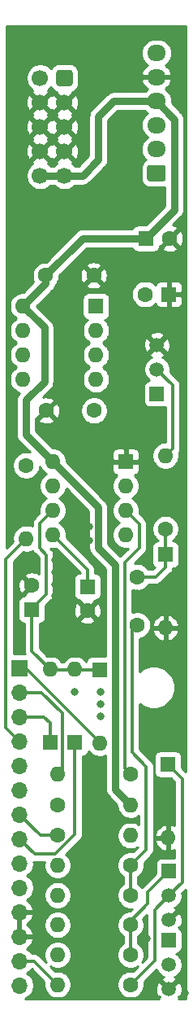
<source format=gbr>
%TF.GenerationSoftware,KiCad,Pcbnew,5.1.9+dfsg1-1~bpo10+1*%
%TF.CreationDate,2022-02-02T01:18:29+08:00*%
%TF.ProjectId,MiniADSR 1.0.1 - Main,4d696e69-4144-4535-9220-312e302e3120,rev?*%
%TF.SameCoordinates,Original*%
%TF.FileFunction,Copper,L2,Bot*%
%TF.FilePolarity,Positive*%
%FSLAX46Y46*%
G04 Gerber Fmt 4.6, Leading zero omitted, Abs format (unit mm)*
G04 Created by KiCad (PCBNEW 5.1.9+dfsg1-1~bpo10+1) date 2022-02-02 01:18:29*
%MOMM*%
%LPD*%
G01*
G04 APERTURE LIST*
%TA.AperFunction,ComponentPad*%
%ADD10C,1.600000*%
%TD*%
%TA.AperFunction,ComponentPad*%
%ADD11O,1.600000X1.600000*%
%TD*%
%TA.AperFunction,ComponentPad*%
%ADD12R,1.600000X1.600000*%
%TD*%
%TA.AperFunction,ComponentPad*%
%ADD13R,1.700000X1.700000*%
%TD*%
%TA.AperFunction,ComponentPad*%
%ADD14O,1.700000X1.700000*%
%TD*%
%TA.AperFunction,ComponentPad*%
%ADD15O,1.950000X1.700000*%
%TD*%
%TA.AperFunction,ComponentPad*%
%ADD16C,1.700000*%
%TD*%
%TA.AperFunction,ComponentPad*%
%ADD17C,1.500000*%
%TD*%
%TA.AperFunction,ComponentPad*%
%ADD18R,1.500000X1.500000*%
%TD*%
%TA.AperFunction,ViaPad*%
%ADD19C,0.800000*%
%TD*%
%TA.AperFunction,Conductor*%
%ADD20C,0.300000*%
%TD*%
%TA.AperFunction,Conductor*%
%ADD21C,0.750000*%
%TD*%
%TA.AperFunction,Conductor*%
%ADD22C,0.254000*%
%TD*%
%TA.AperFunction,Conductor*%
%ADD23C,0.100000*%
%TD*%
G04 APERTURE END LIST*
D10*
%TO.P,R7,1*%
%TO.N,Net-(C1-Pad2)*%
X148600000Y-141000000D03*
D11*
%TO.P,R7,2*%
%TO.N,B11*%
X140980000Y-141000000D03*
%TD*%
D10*
%TO.P,C1,1*%
%TO.N,Net-(C1-Pad1)*%
X149300000Y-111000000D03*
%TO.P,C1,2*%
%TO.N,Net-(C1-Pad2)*%
X149300000Y-116000000D03*
%TD*%
D11*
%TO.P,D1,2*%
%TO.N,GND2*%
X152500000Y-138120000D03*
D12*
%TO.P,D1,1*%
%TO.N,Net-(D1-Pad1)*%
X152500000Y-130500000D03*
%TD*%
D10*
%TO.P,R5,1*%
%TO.N,Net-(C1-Pad1)*%
X152250000Y-106000000D03*
D11*
%TO.P,R5,2*%
%TO.N,Net-(Q3-Pad2)*%
X152250000Y-98380000D03*
%TD*%
D12*
%TO.P,D2,1*%
%TO.N,Net-(C1-Pad1)*%
X152250000Y-108675000D03*
D11*
%TO.P,D2,2*%
%TO.N,GND2*%
X152250000Y-116295000D03*
%TD*%
D12*
%TO.P,U1,1*%
%TO.N,GND2*%
X148100000Y-99000000D03*
D11*
%TO.P,U1,5*%
%TO.N,Net-(C2-Pad1)*%
X140480000Y-106620000D03*
%TO.P,U1,2*%
%TO.N,Net-(Q3-Pad1)*%
X148100000Y-101540000D03*
%TO.P,U1,6*%
%TO.N,Net-(C3-Pad1)*%
X140480000Y-104080000D03*
%TO.P,U1,3*%
%TO.N,Net-(R8-Pad1)*%
X148100000Y-104080000D03*
%TO.P,U1,7*%
%TO.N,B7*%
X140480000Y-101540000D03*
%TO.P,U1,4*%
%TO.N,Net-(C1-Pad2)*%
X148100000Y-106620000D03*
%TO.P,U1,8*%
%TO.N,+12V*%
X140480000Y-99000000D03*
%TD*%
D10*
%TO.P,C2,2*%
%TO.N,GND2*%
X144100000Y-114500000D03*
D12*
%TO.P,C2,1*%
%TO.N,Net-(C2-Pad1)*%
X144100000Y-112000000D03*
%TD*%
D13*
%TO.P,J6,1*%
%TO.N,B3*%
X137000000Y-120470000D03*
D14*
%TO.P,J6,2*%
%TO.N,B4*%
X137000000Y-123010000D03*
%TO.P,J6,3*%
%TO.N,B5*%
X137000000Y-125550000D03*
%TO.P,J6,4*%
%TO.N,B6*%
X137000000Y-128090000D03*
%TO.P,J6,5*%
%TO.N,B7*%
X137000000Y-130630000D03*
%TO.P,J6,6*%
%TO.N,B8*%
X137000000Y-133170000D03*
%TO.P,J6,7*%
%TO.N,B9*%
X137000000Y-135710000D03*
%TO.P,J6,8*%
%TO.N,B10*%
X137000000Y-138250000D03*
%TO.P,J6,9*%
%TO.N,B11*%
X137000000Y-140790000D03*
%TO.P,J6,10*%
%TO.N,+12V*%
X137000000Y-143330000D03*
%TO.P,J6,11*%
%TO.N,GND2*%
X137000000Y-145870000D03*
%TO.P,J6,12*%
X137000000Y-148410000D03*
%TO.P,J6,13*%
%TO.N,B1*%
X137000000Y-150950000D03*
%TO.P,J6,14*%
%TO.N,B2*%
X137000000Y-153490000D03*
%TD*%
D10*
%TO.P,R3,1*%
%TO.N,Net-(Q1-Pad1)*%
X148600000Y-150300000D03*
D11*
%TO.P,R3,2*%
%TO.N,Net-(Q2-Pad2)*%
X140980000Y-150300000D03*
%TD*%
D10*
%TO.P,R1,1*%
%TO.N,Net-(D1-Pad1)*%
X148600000Y-153400000D03*
D11*
%TO.P,R1,2*%
%TO.N,B1*%
X140980000Y-153400000D03*
%TD*%
%TO.P,R9,2*%
%TO.N,+12V*%
X148620000Y-137900000D03*
D10*
%TO.P,R9,1*%
%TO.N,B9*%
X141000000Y-137900000D03*
%TD*%
D11*
%TO.P,R10,2*%
%TO.N,B6*%
X137700000Y-107020000D03*
D10*
%TO.P,R10,1*%
%TO.N,Net-(R10-Pad1)*%
X137700000Y-99400000D03*
%TD*%
%TO.P,R8,1*%
%TO.N,Net-(R8-Pad1)*%
X148600000Y-131500000D03*
D11*
%TO.P,R8,2*%
%TO.N,B4*%
X140980000Y-131500000D03*
%TD*%
%TO.P,R6,2*%
%TO.N,+12V*%
X148620000Y-134700000D03*
D10*
%TO.P,R6,1*%
%TO.N,Net-(Q3-Pad1)*%
X141000000Y-134700000D03*
%TD*%
D11*
%TO.P,R4,2*%
%TO.N,+12V*%
X140980000Y-144100000D03*
D10*
%TO.P,R4,1*%
%TO.N,Net-(C1-Pad2)*%
X148600000Y-144100000D03*
%TD*%
D11*
%TO.P,R2,2*%
%TO.N,+12V*%
X140980000Y-147200000D03*
D10*
%TO.P,R2,1*%
%TO.N,Net-(Q1-Pad1)*%
X148600000Y-147200000D03*
%TD*%
D12*
%TO.P,C3,1*%
%TO.N,Net-(C3-Pad1)*%
X138300000Y-114400000D03*
D10*
%TO.P,C3,2*%
%TO.N,GND2*%
X138300000Y-111900000D03*
%TD*%
%TO.P,C4,2*%
%TO.N,GND2*%
X152700000Y-75800000D03*
D12*
%TO.P,C4,1*%
%TO.N,+12V*%
X150200000Y-75800000D03*
%TD*%
%TO.P,C5,1*%
%TO.N,GND2*%
X152600000Y-81600000D03*
D10*
%TO.P,C5,2*%
%TO.N,-12V*%
X150100000Y-81600000D03*
%TD*%
%TO.P,C6,2*%
%TO.N,GND2*%
X144750000Y-79650000D03*
%TO.P,C6,1*%
%TO.N,+12V*%
X139750000Y-79650000D03*
%TD*%
%TO.P,C7,1*%
%TO.N,GND2*%
X139800000Y-93700000D03*
%TO.P,C7,2*%
%TO.N,-12V*%
X144800000Y-93700000D03*
%TD*%
D11*
%TO.P,D3,2*%
%TO.N,Net-(C3-Pad1)*%
X142800000Y-120630000D03*
D12*
%TO.P,D3,1*%
%TO.N,B10*%
X142800000Y-128250000D03*
%TD*%
%TO.P,D4,1*%
%TO.N,Net-(C3-Pad1)*%
X145400000Y-120650000D03*
D11*
%TO.P,D4,2*%
%TO.N,B3*%
X145400000Y-128270000D03*
%TD*%
D12*
%TO.P,D5,1*%
%TO.N,B5*%
X140200000Y-128250000D03*
D11*
%TO.P,D5,2*%
%TO.N,Net-(C3-Pad1)*%
X140200000Y-120630000D03*
%TD*%
%TO.P,J3,1*%
%TO.N,N/C*%
%TA.AperFunction,ComponentPad*%
G36*
G01*
X152025000Y-69850000D02*
X150575000Y-69850000D01*
G75*
G02*
X150325000Y-69600000I0J250000D01*
G01*
X150325000Y-68400000D01*
G75*
G02*
X150575000Y-68150000I250000J0D01*
G01*
X152025000Y-68150000D01*
G75*
G02*
X152275000Y-68400000I0J-250000D01*
G01*
X152275000Y-69600000D01*
G75*
G02*
X152025000Y-69850000I-250000J0D01*
G01*
G37*
%TD.AperFunction*%
D15*
%TO.P,J3,2*%
X151300000Y-66500000D03*
%TO.P,J3,3*%
X151300000Y-64000000D03*
%TO.P,J3,4*%
%TO.N,+12V*%
X151300000Y-61500000D03*
%TO.P,J3,5*%
%TO.N,GND2*%
X151300000Y-59000000D03*
%TO.P,J3,6*%
%TO.N,-12V*%
X151300000Y-56500000D03*
%TD*%
%TO.P,J5,1*%
%TO.N,-12V*%
%TA.AperFunction,ComponentPad*%
G36*
G01*
X142550000Y-58500000D02*
X142550000Y-59700000D01*
G75*
G02*
X142300000Y-59950000I-250000J0D01*
G01*
X141100000Y-59950000D01*
G75*
G02*
X140850000Y-59700000I0J250000D01*
G01*
X140850000Y-58500000D01*
G75*
G02*
X141100000Y-58250000I250000J0D01*
G01*
X142300000Y-58250000D01*
G75*
G02*
X142550000Y-58500000I0J-250000D01*
G01*
G37*
%TD.AperFunction*%
D16*
%TO.P,J5,3*%
%TO.N,GND2*%
X141700000Y-61640000D03*
%TO.P,J5,5*%
X141700000Y-64180000D03*
%TO.P,J5,7*%
X141700000Y-66720000D03*
%TO.P,J5,9*%
%TO.N,+12V*%
X141700000Y-69260000D03*
%TO.P,J5,2*%
%TO.N,-12V*%
X139160000Y-59100000D03*
%TO.P,J5,4*%
%TO.N,GND2*%
X139160000Y-61640000D03*
%TO.P,J5,6*%
X139160000Y-64180000D03*
%TO.P,J5,8*%
X139160000Y-66720000D03*
%TO.P,J5,10*%
%TO.N,+12V*%
X139160000Y-69260000D03*
%TD*%
D11*
%TO.P,U2,8*%
%TO.N,+12V*%
X137380000Y-82850000D03*
%TO.P,U2,4*%
%TO.N,-12V*%
X145000000Y-90470000D03*
%TO.P,U2,7*%
%TO.N,B2*%
X137380000Y-85390000D03*
%TO.P,U2,3*%
%TO.N,B8*%
X145000000Y-87930000D03*
%TO.P,U2,6*%
%TO.N,B2*%
X137380000Y-87930000D03*
%TO.P,U2,2*%
%TO.N,Net-(R10-Pad1)*%
X145000000Y-85390000D03*
%TO.P,U2,5*%
%TO.N,Net-(C3-Pad1)*%
X137380000Y-90470000D03*
D12*
%TO.P,U2,1*%
%TO.N,Net-(R10-Pad1)*%
X145000000Y-82850000D03*
%TD*%
D17*
%TO.P,Q1,2*%
%TO.N,Net-(D1-Pad1)*%
X152600000Y-144140000D03*
%TO.P,Q1,3*%
%TO.N,GND2*%
X152600000Y-146680000D03*
D18*
%TO.P,Q1,1*%
%TO.N,Net-(Q1-Pad1)*%
X152600000Y-141600000D03*
%TD*%
%TO.P,Q2,1*%
%TO.N,Net-(C1-Pad2)*%
X152600000Y-148800000D03*
D17*
%TO.P,Q2,3*%
%TO.N,GND2*%
X152600000Y-153880000D03*
%TO.P,Q2,2*%
%TO.N,Net-(Q2-Pad2)*%
X152600000Y-151340000D03*
%TD*%
%TO.P,Q3,2*%
%TO.N,Net-(Q3-Pad2)*%
X151350000Y-89410000D03*
%TO.P,Q3,3*%
%TO.N,GND2*%
X151350000Y-86870000D03*
D18*
%TO.P,Q3,1*%
%TO.N,Net-(Q3-Pad1)*%
X151350000Y-91950000D03*
%TD*%
D19*
%TO.N,*%
X145500000Y-123000000D03*
X145500000Y-124250000D03*
X145500000Y-125500000D03*
X142750000Y-123000000D03*
%TO.N,GND2*%
X154250000Y-154250000D03*
X150300000Y-148600000D03*
X144000000Y-117250000D03*
X142750000Y-117250000D03*
X141500000Y-117250000D03*
X137000000Y-116500000D03*
X137000000Y-117500000D03*
X137000000Y-118500000D03*
X144250000Y-108750000D03*
X142750000Y-116250000D03*
X142750000Y-118250000D03*
X141500000Y-118250000D03*
X140750000Y-114250000D03*
X140750000Y-113000000D03*
X140750000Y-111750000D03*
X145000000Y-116500000D03*
X152250000Y-113500000D03*
X152250000Y-112500000D03*
X152250000Y-111500000D03*
X149250000Y-112750000D03*
X149250000Y-114000000D03*
X145750000Y-99000000D03*
X145750000Y-100250000D03*
X145750000Y-101500000D03*
X144250000Y-100250000D03*
X144250000Y-99000000D03*
X144250000Y-105750000D03*
X144250000Y-107250000D03*
X140750000Y-110500000D03*
X140750000Y-109250000D03*
X145250000Y-131500000D03*
X145250000Y-132750000D03*
X145250000Y-134000000D03*
X145250000Y-135250000D03*
X145250000Y-136500000D03*
X145250000Y-137750000D03*
X144000000Y-137750000D03*
X144000000Y-136500000D03*
X144000000Y-135250000D03*
X144000000Y-134000000D03*
X144000000Y-145500000D03*
X144000000Y-146750000D03*
X144000000Y-148000000D03*
X144000000Y-149500000D03*
X144000000Y-150750000D03*
X144000000Y-152000000D03*
X145250000Y-152000000D03*
X145250000Y-150750000D03*
X145250000Y-149500000D03*
X145250000Y-148000000D03*
X145250000Y-146750000D03*
X145250000Y-145500000D03*
X145250000Y-153250000D03*
X146500000Y-153250000D03*
X146500000Y-152000000D03*
X137750000Y-101250000D03*
X137750000Y-102500000D03*
X137750000Y-105000000D03*
%TD*%
D20*
%TO.N,Net-(C1-Pad1)*%
X152250000Y-106000000D02*
X152250000Y-108675000D01*
X151250000Y-111000000D02*
X149300000Y-111000000D01*
X152250000Y-108675000D02*
X152250000Y-110000000D01*
X152250000Y-110000000D02*
X151250000Y-111000000D01*
%TO.N,Net-(C1-Pad2)*%
X150250000Y-139350000D02*
X148600000Y-141000000D01*
X150250000Y-130750000D02*
X150250000Y-139350000D01*
X148600000Y-141000000D02*
X148600000Y-144100000D01*
X148750000Y-129250000D02*
X150250000Y-130750000D01*
X149300000Y-116000000D02*
X148750000Y-116550000D01*
X148750000Y-116550000D02*
X148750000Y-129250000D01*
%TO.N,Net-(C2-Pad1)*%
X144100000Y-110240000D02*
X140480000Y-106620000D01*
X144100000Y-112000000D02*
X144100000Y-110240000D01*
%TO.N,Net-(C3-Pad1)*%
X138300000Y-118730000D02*
X140200000Y-120630000D01*
X138300000Y-114400000D02*
X138300000Y-118730000D01*
X139800000Y-112800000D02*
X138300000Y-114300000D01*
X139800000Y-108700000D02*
X139800000Y-112800000D01*
X139100000Y-108000000D02*
X139800000Y-108700000D01*
X140480000Y-104080000D02*
X139100000Y-105460000D01*
X138300000Y-114300000D02*
X138300000Y-114400000D01*
X139100000Y-105460000D02*
X139100000Y-108000000D01*
X140220000Y-120650000D02*
X140200000Y-120630000D01*
X145400000Y-120650000D02*
X140220000Y-120650000D01*
D21*
%TO.N,+12V*%
X143600000Y-75800000D02*
X139750000Y-79650000D01*
X150200000Y-75800000D02*
X143600000Y-75800000D01*
X139750000Y-80480000D02*
X137380000Y-82850000D01*
X139750000Y-79650000D02*
X139750000Y-80480000D01*
X137700000Y-96220000D02*
X140480000Y-99000000D01*
X137700000Y-92600000D02*
X137700000Y-96220000D01*
X139600000Y-90700000D02*
X137700000Y-92600000D01*
X137380000Y-82850000D02*
X139600000Y-85070000D01*
X139600000Y-85070000D02*
X139600000Y-90700000D01*
X145250000Y-67600000D02*
X143590000Y-69260000D01*
X145250000Y-63100000D02*
X145250000Y-67600000D01*
X143590000Y-69260000D02*
X141700000Y-69260000D01*
X151300000Y-61500000D02*
X146850000Y-61500000D01*
X146850000Y-61500000D02*
X145250000Y-63100000D01*
X153200000Y-72800000D02*
X150200000Y-75800000D01*
X151300000Y-61500000D02*
X153200000Y-63400000D01*
X153200000Y-63400000D02*
X153200000Y-72800000D01*
X145250000Y-103770000D02*
X140480000Y-99000000D01*
X147000000Y-109750000D02*
X145250000Y-108000000D01*
X148620000Y-134700000D02*
X147000000Y-133080000D01*
X145250000Y-108000000D02*
X145250000Y-103770000D01*
X147000000Y-133080000D02*
X147000000Y-109750000D01*
X139160000Y-69260000D02*
X141700000Y-69260000D01*
D20*
%TO.N,Net-(D1-Pad1)*%
X154000000Y-132000000D02*
X154000000Y-142740000D01*
X154000000Y-142740000D02*
X152600000Y-144140000D01*
X152500000Y-130500000D02*
X154000000Y-132000000D01*
X151100000Y-150900000D02*
X148600000Y-153400000D01*
X151100000Y-145650000D02*
X151100000Y-150900000D01*
X152600000Y-144140000D02*
X152600000Y-144150000D01*
X152600000Y-144150000D02*
X151100000Y-145650000D01*
%TO.N,Net-(Q1-Pad1)*%
X148600000Y-147200000D02*
X148600000Y-150300000D01*
X150400000Y-143775000D02*
X150400000Y-145000000D01*
X148600000Y-146800000D02*
X148600000Y-147200000D01*
X150400000Y-145000000D02*
X148600000Y-146800000D01*
X152600000Y-141600000D02*
X152575000Y-141600000D01*
X152575000Y-141600000D02*
X150400000Y-143775000D01*
%TO.N,Net-(Q3-Pad2)*%
X153000000Y-97630000D02*
X152250000Y-98380000D01*
X151350000Y-89410000D02*
X153000000Y-91060000D01*
X153000000Y-91060000D02*
X153000000Y-97630000D01*
%TO.N,Net-(R8-Pad1)*%
X148000000Y-130900000D02*
X148600000Y-131500000D01*
X148000000Y-109500000D02*
X148000000Y-130900000D01*
X149500000Y-108000000D02*
X148000000Y-109500000D01*
X148100000Y-104080000D02*
X149500000Y-105480000D01*
X149500000Y-105480000D02*
X149500000Y-108000000D01*
%TO.N,B4*%
X141500000Y-125200000D02*
X139310000Y-123010000D01*
X141500000Y-130980000D02*
X141500000Y-125200000D01*
X140980000Y-131500000D02*
X141500000Y-130980000D01*
X139310000Y-123010000D02*
X137000000Y-123010000D01*
%TO.N,B5*%
X139550000Y-125550000D02*
X137000000Y-125550000D01*
X140200000Y-128250000D02*
X140200000Y-126200000D01*
X140200000Y-126200000D02*
X139550000Y-125550000D01*
%TO.N,B1*%
X138530000Y-150950000D02*
X140980000Y-153400000D01*
X137000000Y-150950000D02*
X138530000Y-150950000D01*
%TO.N,B3*%
X145400000Y-128200000D02*
X137670000Y-120470000D01*
X145400000Y-128270000D02*
X145400000Y-128200000D01*
X137670000Y-120470000D02*
X137000000Y-120470000D01*
%TO.N,B6*%
X135600000Y-126690000D02*
X137000000Y-128090000D01*
X137700000Y-107020000D02*
X135600000Y-109120000D01*
X135600000Y-109120000D02*
X135600000Y-126690000D01*
%TO.N,B9*%
X139190000Y-137900000D02*
X137000000Y-135710000D01*
X141000000Y-137900000D02*
X139190000Y-137900000D01*
%TO.N,B10*%
X142800000Y-137802002D02*
X142800000Y-128250000D01*
X140752003Y-139849999D02*
X142800000Y-137802002D01*
X138599999Y-139849999D02*
X140752003Y-139849999D01*
X137000000Y-138250000D02*
X138599999Y-139849999D01*
%TD*%
D22*
%TO.N,GND2*%
X144285363Y-129184759D02*
X144485241Y-129384637D01*
X144720273Y-129541680D01*
X144981426Y-129649853D01*
X145258665Y-129705000D01*
X145541335Y-129705000D01*
X145818574Y-129649853D01*
X145990000Y-129578846D01*
X145990000Y-133030392D01*
X145985114Y-133080000D01*
X145990000Y-133129607D01*
X146004615Y-133277993D01*
X146062368Y-133468379D01*
X146156153Y-133643840D01*
X146282367Y-133797633D01*
X146320906Y-133829261D01*
X147185000Y-134693356D01*
X147185000Y-134841335D01*
X147240147Y-135118574D01*
X147348320Y-135379727D01*
X147505363Y-135614759D01*
X147705241Y-135814637D01*
X147940273Y-135971680D01*
X148201426Y-136079853D01*
X148478665Y-136135000D01*
X148761335Y-136135000D01*
X149038574Y-136079853D01*
X149299727Y-135971680D01*
X149465001Y-135861248D01*
X149465001Y-136738752D01*
X149299727Y-136628320D01*
X149038574Y-136520147D01*
X148761335Y-136465000D01*
X148478665Y-136465000D01*
X148201426Y-136520147D01*
X147940273Y-136628320D01*
X147705241Y-136785363D01*
X147505363Y-136985241D01*
X147348320Y-137220273D01*
X147240147Y-137481426D01*
X147185000Y-137758665D01*
X147185000Y-138041335D01*
X147240147Y-138318574D01*
X147348320Y-138579727D01*
X147505363Y-138814759D01*
X147705241Y-139014637D01*
X147940273Y-139171680D01*
X148201426Y-139279853D01*
X148478665Y-139335000D01*
X148761335Y-139335000D01*
X149038574Y-139279853D01*
X149299727Y-139171680D01*
X149355284Y-139134558D01*
X148894396Y-139595446D01*
X148741335Y-139565000D01*
X148458665Y-139565000D01*
X148181426Y-139620147D01*
X147920273Y-139728320D01*
X147685241Y-139885363D01*
X147485363Y-140085241D01*
X147328320Y-140320273D01*
X147220147Y-140581426D01*
X147165000Y-140858665D01*
X147165000Y-141141335D01*
X147220147Y-141418574D01*
X147328320Y-141679727D01*
X147485363Y-141914759D01*
X147685241Y-142114637D01*
X147815000Y-142201339D01*
X147815001Y-142898661D01*
X147685241Y-142985363D01*
X147485363Y-143185241D01*
X147328320Y-143420273D01*
X147220147Y-143681426D01*
X147165000Y-143958665D01*
X147165000Y-144241335D01*
X147220147Y-144518574D01*
X147328320Y-144779727D01*
X147485363Y-145014759D01*
X147685241Y-145214637D01*
X147920273Y-145371680D01*
X148181426Y-145479853D01*
X148458665Y-145535000D01*
X148741335Y-145535000D01*
X148758197Y-145531646D01*
X148524843Y-145765000D01*
X148458665Y-145765000D01*
X148181426Y-145820147D01*
X147920273Y-145928320D01*
X147685241Y-146085363D01*
X147485363Y-146285241D01*
X147328320Y-146520273D01*
X147220147Y-146781426D01*
X147165000Y-147058665D01*
X147165000Y-147341335D01*
X147220147Y-147618574D01*
X147328320Y-147879727D01*
X147485363Y-148114759D01*
X147685241Y-148314637D01*
X147815000Y-148401339D01*
X147815001Y-149098661D01*
X147685241Y-149185363D01*
X147485363Y-149385241D01*
X147328320Y-149620273D01*
X147220147Y-149881426D01*
X147165000Y-150158665D01*
X147165000Y-150441335D01*
X147220147Y-150718574D01*
X147328320Y-150979727D01*
X147485363Y-151214759D01*
X147685241Y-151414637D01*
X147920273Y-151571680D01*
X148181426Y-151679853D01*
X148458665Y-151735000D01*
X148741335Y-151735000D01*
X149018574Y-151679853D01*
X149279727Y-151571680D01*
X149395558Y-151494284D01*
X148894396Y-151995446D01*
X148741335Y-151965000D01*
X148458665Y-151965000D01*
X148181426Y-152020147D01*
X147920273Y-152128320D01*
X147685241Y-152285363D01*
X147485363Y-152485241D01*
X147328320Y-152720273D01*
X147220147Y-152981426D01*
X147165000Y-153258665D01*
X147165000Y-153541335D01*
X147220147Y-153818574D01*
X147328320Y-154079727D01*
X147485363Y-154314759D01*
X147685241Y-154514637D01*
X147920273Y-154671680D01*
X148181426Y-154779853D01*
X148458665Y-154835000D01*
X148741335Y-154835000D01*
X149018574Y-154779853D01*
X149279727Y-154671680D01*
X149514759Y-154514637D01*
X149714637Y-154314759D01*
X149871680Y-154079727D01*
X149979853Y-153818574D01*
X150035000Y-153541335D01*
X150035000Y-153258665D01*
X150004554Y-153105604D01*
X151296912Y-151813246D01*
X151372629Y-151996043D01*
X151524201Y-152222886D01*
X151717114Y-152415799D01*
X151943957Y-152567371D01*
X152043279Y-152608511D01*
X152001168Y-152623723D01*
X151888137Y-152684140D01*
X151822612Y-152923007D01*
X152600000Y-153700395D01*
X153377388Y-152923007D01*
X153311863Y-152684140D01*
X153153523Y-152609836D01*
X153256043Y-152567371D01*
X153482886Y-152415799D01*
X153675799Y-152222886D01*
X153827371Y-151996043D01*
X153931775Y-151743989D01*
X153985000Y-151476411D01*
X153985000Y-151203589D01*
X153931775Y-150936011D01*
X153827371Y-150683957D01*
X153675799Y-150457114D01*
X153482886Y-150264201D01*
X153366517Y-150186445D01*
X153474482Y-150175812D01*
X153594180Y-150139502D01*
X153704494Y-150080537D01*
X153801185Y-150001185D01*
X153880537Y-149904494D01*
X153939502Y-149794180D01*
X153975812Y-149674482D01*
X153988072Y-149550000D01*
X153988072Y-148050000D01*
X153975812Y-147925518D01*
X153939502Y-147805820D01*
X153880537Y-147695506D01*
X153801185Y-147598815D01*
X153704494Y-147519463D01*
X153594180Y-147460498D01*
X153571137Y-147453508D01*
X153795860Y-147391863D01*
X153911760Y-147144884D01*
X153977250Y-146880040D01*
X153989812Y-146607508D01*
X153948965Y-146337762D01*
X153856277Y-146081168D01*
X153795860Y-145968137D01*
X153556993Y-145902612D01*
X152779605Y-146680000D01*
X152793748Y-146694143D01*
X152614143Y-146873748D01*
X152600000Y-146859605D01*
X152585858Y-146873748D01*
X152406253Y-146694143D01*
X152420395Y-146680000D01*
X152406253Y-146665858D01*
X152585858Y-146486253D01*
X152600000Y-146500395D01*
X153377388Y-145723007D01*
X153311863Y-145484140D01*
X153153523Y-145409836D01*
X153256043Y-145367371D01*
X153482886Y-145215799D01*
X153675799Y-145022886D01*
X153827371Y-144796043D01*
X153931775Y-144543989D01*
X153985000Y-144276411D01*
X153985000Y-144003589D01*
X153962033Y-143888125D01*
X154340001Y-143510157D01*
X154340001Y-154840000D01*
X153607294Y-154840000D01*
X153673451Y-154773843D01*
X153556995Y-154657387D01*
X153795860Y-154591863D01*
X153911760Y-154344884D01*
X153977250Y-154080040D01*
X153989812Y-153807508D01*
X153948965Y-153537762D01*
X153856277Y-153281168D01*
X153795860Y-153168137D01*
X153556993Y-153102612D01*
X152779605Y-153880000D01*
X152793748Y-153894143D01*
X152614143Y-154073748D01*
X152600000Y-154059605D01*
X152585858Y-154073748D01*
X152406253Y-153894143D01*
X152420395Y-153880000D01*
X151643007Y-153102612D01*
X151404140Y-153168137D01*
X151288240Y-153415116D01*
X151222750Y-153679960D01*
X151210188Y-153952492D01*
X151251035Y-154222238D01*
X151343723Y-154478832D01*
X151404140Y-154591863D01*
X151643005Y-154657387D01*
X151526549Y-154773843D01*
X151592706Y-154840000D01*
X137621303Y-154840000D01*
X137703411Y-154805990D01*
X137946632Y-154643475D01*
X138153475Y-154436632D01*
X138315990Y-154193411D01*
X138427932Y-153923158D01*
X138485000Y-153636260D01*
X138485000Y-153343740D01*
X138427932Y-153056842D01*
X138315990Y-152786589D01*
X138153475Y-152543368D01*
X137946632Y-152336525D01*
X137772240Y-152220000D01*
X137946632Y-152103475D01*
X138153475Y-151896632D01*
X138238791Y-151768948D01*
X139575446Y-153105604D01*
X139545000Y-153258665D01*
X139545000Y-153541335D01*
X139600147Y-153818574D01*
X139708320Y-154079727D01*
X139865363Y-154314759D01*
X140065241Y-154514637D01*
X140300273Y-154671680D01*
X140561426Y-154779853D01*
X140838665Y-154835000D01*
X141121335Y-154835000D01*
X141398574Y-154779853D01*
X141659727Y-154671680D01*
X141894759Y-154514637D01*
X142094637Y-154314759D01*
X142251680Y-154079727D01*
X142359853Y-153818574D01*
X142415000Y-153541335D01*
X142415000Y-153258665D01*
X142359853Y-152981426D01*
X142251680Y-152720273D01*
X142094637Y-152485241D01*
X141894759Y-152285363D01*
X141659727Y-152128320D01*
X141398574Y-152020147D01*
X141121335Y-151965000D01*
X140838665Y-151965000D01*
X140685604Y-151995446D01*
X140184441Y-151494284D01*
X140300273Y-151571680D01*
X140561426Y-151679853D01*
X140838665Y-151735000D01*
X141121335Y-151735000D01*
X141398574Y-151679853D01*
X141659727Y-151571680D01*
X141894759Y-151414637D01*
X142094637Y-151214759D01*
X142251680Y-150979727D01*
X142359853Y-150718574D01*
X142415000Y-150441335D01*
X142415000Y-150158665D01*
X142359853Y-149881426D01*
X142251680Y-149620273D01*
X142094637Y-149385241D01*
X141894759Y-149185363D01*
X141659727Y-149028320D01*
X141398574Y-148920147D01*
X141121335Y-148865000D01*
X140838665Y-148865000D01*
X140561426Y-148920147D01*
X140300273Y-149028320D01*
X140065241Y-149185363D01*
X139865363Y-149385241D01*
X139708320Y-149620273D01*
X139600147Y-149881426D01*
X139545000Y-150158665D01*
X139545000Y-150441335D01*
X139600147Y-150718574D01*
X139708320Y-150979727D01*
X139785715Y-151095558D01*
X139112347Y-150422190D01*
X139087764Y-150392236D01*
X138968233Y-150294138D01*
X138831860Y-150221246D01*
X138683887Y-150176359D01*
X138568561Y-150165000D01*
X138568553Y-150165000D01*
X138530000Y-150161203D01*
X138491447Y-150165000D01*
X138261474Y-150165000D01*
X138153475Y-150003368D01*
X137946632Y-149796525D01*
X137764466Y-149674805D01*
X137881355Y-149605178D01*
X138097588Y-149410269D01*
X138271641Y-149176920D01*
X138396825Y-148914099D01*
X138441476Y-148766890D01*
X138320155Y-148537000D01*
X137127000Y-148537000D01*
X137127000Y-148557000D01*
X136873000Y-148557000D01*
X136873000Y-148537000D01*
X136853000Y-148537000D01*
X136853000Y-148283000D01*
X136873000Y-148283000D01*
X136873000Y-145997000D01*
X137127000Y-145997000D01*
X137127000Y-148283000D01*
X138320155Y-148283000D01*
X138441476Y-148053110D01*
X138396825Y-147905901D01*
X138271641Y-147643080D01*
X138097588Y-147409731D01*
X137881355Y-147214822D01*
X137755745Y-147140000D01*
X137881355Y-147065178D01*
X137888580Y-147058665D01*
X139545000Y-147058665D01*
X139545000Y-147341335D01*
X139600147Y-147618574D01*
X139708320Y-147879727D01*
X139865363Y-148114759D01*
X140065241Y-148314637D01*
X140300273Y-148471680D01*
X140561426Y-148579853D01*
X140838665Y-148635000D01*
X141121335Y-148635000D01*
X141398574Y-148579853D01*
X141659727Y-148471680D01*
X141894759Y-148314637D01*
X142094637Y-148114759D01*
X142251680Y-147879727D01*
X142359853Y-147618574D01*
X142415000Y-147341335D01*
X142415000Y-147058665D01*
X142359853Y-146781426D01*
X142251680Y-146520273D01*
X142094637Y-146285241D01*
X141894759Y-146085363D01*
X141659727Y-145928320D01*
X141398574Y-145820147D01*
X141121335Y-145765000D01*
X140838665Y-145765000D01*
X140561426Y-145820147D01*
X140300273Y-145928320D01*
X140065241Y-146085363D01*
X139865363Y-146285241D01*
X139708320Y-146520273D01*
X139600147Y-146781426D01*
X139545000Y-147058665D01*
X137888580Y-147058665D01*
X138097588Y-146870269D01*
X138271641Y-146636920D01*
X138396825Y-146374099D01*
X138441476Y-146226890D01*
X138320155Y-145997000D01*
X137127000Y-145997000D01*
X136873000Y-145997000D01*
X136853000Y-145997000D01*
X136853000Y-145743000D01*
X136873000Y-145743000D01*
X136873000Y-145723000D01*
X137127000Y-145723000D01*
X137127000Y-145743000D01*
X138320155Y-145743000D01*
X138441476Y-145513110D01*
X138396825Y-145365901D01*
X138271641Y-145103080D01*
X138097588Y-144869731D01*
X137881355Y-144674822D01*
X137764466Y-144605195D01*
X137946632Y-144483475D01*
X138153475Y-144276632D01*
X138315990Y-144033411D01*
X138346950Y-143958665D01*
X139545000Y-143958665D01*
X139545000Y-144241335D01*
X139600147Y-144518574D01*
X139708320Y-144779727D01*
X139865363Y-145014759D01*
X140065241Y-145214637D01*
X140300273Y-145371680D01*
X140561426Y-145479853D01*
X140838665Y-145535000D01*
X141121335Y-145535000D01*
X141398574Y-145479853D01*
X141659727Y-145371680D01*
X141894759Y-145214637D01*
X142094637Y-145014759D01*
X142251680Y-144779727D01*
X142359853Y-144518574D01*
X142415000Y-144241335D01*
X142415000Y-143958665D01*
X142359853Y-143681426D01*
X142251680Y-143420273D01*
X142094637Y-143185241D01*
X141894759Y-142985363D01*
X141659727Y-142828320D01*
X141398574Y-142720147D01*
X141121335Y-142665000D01*
X140838665Y-142665000D01*
X140561426Y-142720147D01*
X140300273Y-142828320D01*
X140065241Y-142985363D01*
X139865363Y-143185241D01*
X139708320Y-143420273D01*
X139600147Y-143681426D01*
X139545000Y-143958665D01*
X138346950Y-143958665D01*
X138427932Y-143763158D01*
X138485000Y-143476260D01*
X138485000Y-143183740D01*
X138427932Y-142896842D01*
X138315990Y-142626589D01*
X138153475Y-142383368D01*
X137946632Y-142176525D01*
X137772240Y-142060000D01*
X137946632Y-141943475D01*
X138153475Y-141736632D01*
X138315990Y-141493411D01*
X138427932Y-141223158D01*
X138485000Y-140936260D01*
X138485000Y-140643740D01*
X138481699Y-140627145D01*
X138561438Y-140634999D01*
X138561445Y-140634999D01*
X138599998Y-140638796D01*
X138638551Y-140634999D01*
X139589491Y-140634999D01*
X139545000Y-140858665D01*
X139545000Y-141141335D01*
X139600147Y-141418574D01*
X139708320Y-141679727D01*
X139865363Y-141914759D01*
X140065241Y-142114637D01*
X140300273Y-142271680D01*
X140561426Y-142379853D01*
X140838665Y-142435000D01*
X141121335Y-142435000D01*
X141398574Y-142379853D01*
X141659727Y-142271680D01*
X141894759Y-142114637D01*
X142094637Y-141914759D01*
X142251680Y-141679727D01*
X142359853Y-141418574D01*
X142415000Y-141141335D01*
X142415000Y-140858665D01*
X142359853Y-140581426D01*
X142251680Y-140320273D01*
X142094637Y-140085241D01*
X141894759Y-139885363D01*
X141854018Y-139858141D01*
X143327817Y-138384343D01*
X143357764Y-138359766D01*
X143455862Y-138240235D01*
X143528754Y-138103862D01*
X143573641Y-137955889D01*
X143585000Y-137840563D01*
X143585000Y-137840556D01*
X143588797Y-137802003D01*
X143585000Y-137763450D01*
X143585000Y-129688072D01*
X143600000Y-129688072D01*
X143724482Y-129675812D01*
X143844180Y-129639502D01*
X143954494Y-129580537D01*
X144051185Y-129501185D01*
X144130537Y-129404494D01*
X144189502Y-129294180D01*
X144225812Y-129174482D01*
X144232580Y-129105763D01*
X144285363Y-129184759D01*
%TA.AperFunction,Conductor*%
D23*
G36*
X144285363Y-129184759D02*
G01*
X144485241Y-129384637D01*
X144720273Y-129541680D01*
X144981426Y-129649853D01*
X145258665Y-129705000D01*
X145541335Y-129705000D01*
X145818574Y-129649853D01*
X145990000Y-129578846D01*
X145990000Y-133030392D01*
X145985114Y-133080000D01*
X145990000Y-133129607D01*
X146004615Y-133277993D01*
X146062368Y-133468379D01*
X146156153Y-133643840D01*
X146282367Y-133797633D01*
X146320906Y-133829261D01*
X147185000Y-134693356D01*
X147185000Y-134841335D01*
X147240147Y-135118574D01*
X147348320Y-135379727D01*
X147505363Y-135614759D01*
X147705241Y-135814637D01*
X147940273Y-135971680D01*
X148201426Y-136079853D01*
X148478665Y-136135000D01*
X148761335Y-136135000D01*
X149038574Y-136079853D01*
X149299727Y-135971680D01*
X149465001Y-135861248D01*
X149465001Y-136738752D01*
X149299727Y-136628320D01*
X149038574Y-136520147D01*
X148761335Y-136465000D01*
X148478665Y-136465000D01*
X148201426Y-136520147D01*
X147940273Y-136628320D01*
X147705241Y-136785363D01*
X147505363Y-136985241D01*
X147348320Y-137220273D01*
X147240147Y-137481426D01*
X147185000Y-137758665D01*
X147185000Y-138041335D01*
X147240147Y-138318574D01*
X147348320Y-138579727D01*
X147505363Y-138814759D01*
X147705241Y-139014637D01*
X147940273Y-139171680D01*
X148201426Y-139279853D01*
X148478665Y-139335000D01*
X148761335Y-139335000D01*
X149038574Y-139279853D01*
X149299727Y-139171680D01*
X149355284Y-139134558D01*
X148894396Y-139595446D01*
X148741335Y-139565000D01*
X148458665Y-139565000D01*
X148181426Y-139620147D01*
X147920273Y-139728320D01*
X147685241Y-139885363D01*
X147485363Y-140085241D01*
X147328320Y-140320273D01*
X147220147Y-140581426D01*
X147165000Y-140858665D01*
X147165000Y-141141335D01*
X147220147Y-141418574D01*
X147328320Y-141679727D01*
X147485363Y-141914759D01*
X147685241Y-142114637D01*
X147815000Y-142201339D01*
X147815001Y-142898661D01*
X147685241Y-142985363D01*
X147485363Y-143185241D01*
X147328320Y-143420273D01*
X147220147Y-143681426D01*
X147165000Y-143958665D01*
X147165000Y-144241335D01*
X147220147Y-144518574D01*
X147328320Y-144779727D01*
X147485363Y-145014759D01*
X147685241Y-145214637D01*
X147920273Y-145371680D01*
X148181426Y-145479853D01*
X148458665Y-145535000D01*
X148741335Y-145535000D01*
X148758197Y-145531646D01*
X148524843Y-145765000D01*
X148458665Y-145765000D01*
X148181426Y-145820147D01*
X147920273Y-145928320D01*
X147685241Y-146085363D01*
X147485363Y-146285241D01*
X147328320Y-146520273D01*
X147220147Y-146781426D01*
X147165000Y-147058665D01*
X147165000Y-147341335D01*
X147220147Y-147618574D01*
X147328320Y-147879727D01*
X147485363Y-148114759D01*
X147685241Y-148314637D01*
X147815000Y-148401339D01*
X147815001Y-149098661D01*
X147685241Y-149185363D01*
X147485363Y-149385241D01*
X147328320Y-149620273D01*
X147220147Y-149881426D01*
X147165000Y-150158665D01*
X147165000Y-150441335D01*
X147220147Y-150718574D01*
X147328320Y-150979727D01*
X147485363Y-151214759D01*
X147685241Y-151414637D01*
X147920273Y-151571680D01*
X148181426Y-151679853D01*
X148458665Y-151735000D01*
X148741335Y-151735000D01*
X149018574Y-151679853D01*
X149279727Y-151571680D01*
X149395558Y-151494284D01*
X148894396Y-151995446D01*
X148741335Y-151965000D01*
X148458665Y-151965000D01*
X148181426Y-152020147D01*
X147920273Y-152128320D01*
X147685241Y-152285363D01*
X147485363Y-152485241D01*
X147328320Y-152720273D01*
X147220147Y-152981426D01*
X147165000Y-153258665D01*
X147165000Y-153541335D01*
X147220147Y-153818574D01*
X147328320Y-154079727D01*
X147485363Y-154314759D01*
X147685241Y-154514637D01*
X147920273Y-154671680D01*
X148181426Y-154779853D01*
X148458665Y-154835000D01*
X148741335Y-154835000D01*
X149018574Y-154779853D01*
X149279727Y-154671680D01*
X149514759Y-154514637D01*
X149714637Y-154314759D01*
X149871680Y-154079727D01*
X149979853Y-153818574D01*
X150035000Y-153541335D01*
X150035000Y-153258665D01*
X150004554Y-153105604D01*
X151296912Y-151813246D01*
X151372629Y-151996043D01*
X151524201Y-152222886D01*
X151717114Y-152415799D01*
X151943957Y-152567371D01*
X152043279Y-152608511D01*
X152001168Y-152623723D01*
X151888137Y-152684140D01*
X151822612Y-152923007D01*
X152600000Y-153700395D01*
X153377388Y-152923007D01*
X153311863Y-152684140D01*
X153153523Y-152609836D01*
X153256043Y-152567371D01*
X153482886Y-152415799D01*
X153675799Y-152222886D01*
X153827371Y-151996043D01*
X153931775Y-151743989D01*
X153985000Y-151476411D01*
X153985000Y-151203589D01*
X153931775Y-150936011D01*
X153827371Y-150683957D01*
X153675799Y-150457114D01*
X153482886Y-150264201D01*
X153366517Y-150186445D01*
X153474482Y-150175812D01*
X153594180Y-150139502D01*
X153704494Y-150080537D01*
X153801185Y-150001185D01*
X153880537Y-149904494D01*
X153939502Y-149794180D01*
X153975812Y-149674482D01*
X153988072Y-149550000D01*
X153988072Y-148050000D01*
X153975812Y-147925518D01*
X153939502Y-147805820D01*
X153880537Y-147695506D01*
X153801185Y-147598815D01*
X153704494Y-147519463D01*
X153594180Y-147460498D01*
X153571137Y-147453508D01*
X153795860Y-147391863D01*
X153911760Y-147144884D01*
X153977250Y-146880040D01*
X153989812Y-146607508D01*
X153948965Y-146337762D01*
X153856277Y-146081168D01*
X153795860Y-145968137D01*
X153556993Y-145902612D01*
X152779605Y-146680000D01*
X152793748Y-146694143D01*
X152614143Y-146873748D01*
X152600000Y-146859605D01*
X152585858Y-146873748D01*
X152406253Y-146694143D01*
X152420395Y-146680000D01*
X152406253Y-146665858D01*
X152585858Y-146486253D01*
X152600000Y-146500395D01*
X153377388Y-145723007D01*
X153311863Y-145484140D01*
X153153523Y-145409836D01*
X153256043Y-145367371D01*
X153482886Y-145215799D01*
X153675799Y-145022886D01*
X153827371Y-144796043D01*
X153931775Y-144543989D01*
X153985000Y-144276411D01*
X153985000Y-144003589D01*
X153962033Y-143888125D01*
X154340001Y-143510157D01*
X154340001Y-154840000D01*
X153607294Y-154840000D01*
X153673451Y-154773843D01*
X153556995Y-154657387D01*
X153795860Y-154591863D01*
X153911760Y-154344884D01*
X153977250Y-154080040D01*
X153989812Y-153807508D01*
X153948965Y-153537762D01*
X153856277Y-153281168D01*
X153795860Y-153168137D01*
X153556993Y-153102612D01*
X152779605Y-153880000D01*
X152793748Y-153894143D01*
X152614143Y-154073748D01*
X152600000Y-154059605D01*
X152585858Y-154073748D01*
X152406253Y-153894143D01*
X152420395Y-153880000D01*
X151643007Y-153102612D01*
X151404140Y-153168137D01*
X151288240Y-153415116D01*
X151222750Y-153679960D01*
X151210188Y-153952492D01*
X151251035Y-154222238D01*
X151343723Y-154478832D01*
X151404140Y-154591863D01*
X151643005Y-154657387D01*
X151526549Y-154773843D01*
X151592706Y-154840000D01*
X137621303Y-154840000D01*
X137703411Y-154805990D01*
X137946632Y-154643475D01*
X138153475Y-154436632D01*
X138315990Y-154193411D01*
X138427932Y-153923158D01*
X138485000Y-153636260D01*
X138485000Y-153343740D01*
X138427932Y-153056842D01*
X138315990Y-152786589D01*
X138153475Y-152543368D01*
X137946632Y-152336525D01*
X137772240Y-152220000D01*
X137946632Y-152103475D01*
X138153475Y-151896632D01*
X138238791Y-151768948D01*
X139575446Y-153105604D01*
X139545000Y-153258665D01*
X139545000Y-153541335D01*
X139600147Y-153818574D01*
X139708320Y-154079727D01*
X139865363Y-154314759D01*
X140065241Y-154514637D01*
X140300273Y-154671680D01*
X140561426Y-154779853D01*
X140838665Y-154835000D01*
X141121335Y-154835000D01*
X141398574Y-154779853D01*
X141659727Y-154671680D01*
X141894759Y-154514637D01*
X142094637Y-154314759D01*
X142251680Y-154079727D01*
X142359853Y-153818574D01*
X142415000Y-153541335D01*
X142415000Y-153258665D01*
X142359853Y-152981426D01*
X142251680Y-152720273D01*
X142094637Y-152485241D01*
X141894759Y-152285363D01*
X141659727Y-152128320D01*
X141398574Y-152020147D01*
X141121335Y-151965000D01*
X140838665Y-151965000D01*
X140685604Y-151995446D01*
X140184441Y-151494284D01*
X140300273Y-151571680D01*
X140561426Y-151679853D01*
X140838665Y-151735000D01*
X141121335Y-151735000D01*
X141398574Y-151679853D01*
X141659727Y-151571680D01*
X141894759Y-151414637D01*
X142094637Y-151214759D01*
X142251680Y-150979727D01*
X142359853Y-150718574D01*
X142415000Y-150441335D01*
X142415000Y-150158665D01*
X142359853Y-149881426D01*
X142251680Y-149620273D01*
X142094637Y-149385241D01*
X141894759Y-149185363D01*
X141659727Y-149028320D01*
X141398574Y-148920147D01*
X141121335Y-148865000D01*
X140838665Y-148865000D01*
X140561426Y-148920147D01*
X140300273Y-149028320D01*
X140065241Y-149185363D01*
X139865363Y-149385241D01*
X139708320Y-149620273D01*
X139600147Y-149881426D01*
X139545000Y-150158665D01*
X139545000Y-150441335D01*
X139600147Y-150718574D01*
X139708320Y-150979727D01*
X139785715Y-151095558D01*
X139112347Y-150422190D01*
X139087764Y-150392236D01*
X138968233Y-150294138D01*
X138831860Y-150221246D01*
X138683887Y-150176359D01*
X138568561Y-150165000D01*
X138568553Y-150165000D01*
X138530000Y-150161203D01*
X138491447Y-150165000D01*
X138261474Y-150165000D01*
X138153475Y-150003368D01*
X137946632Y-149796525D01*
X137764466Y-149674805D01*
X137881355Y-149605178D01*
X138097588Y-149410269D01*
X138271641Y-149176920D01*
X138396825Y-148914099D01*
X138441476Y-148766890D01*
X138320155Y-148537000D01*
X137127000Y-148537000D01*
X137127000Y-148557000D01*
X136873000Y-148557000D01*
X136873000Y-148537000D01*
X136853000Y-148537000D01*
X136853000Y-148283000D01*
X136873000Y-148283000D01*
X136873000Y-145997000D01*
X137127000Y-145997000D01*
X137127000Y-148283000D01*
X138320155Y-148283000D01*
X138441476Y-148053110D01*
X138396825Y-147905901D01*
X138271641Y-147643080D01*
X138097588Y-147409731D01*
X137881355Y-147214822D01*
X137755745Y-147140000D01*
X137881355Y-147065178D01*
X137888580Y-147058665D01*
X139545000Y-147058665D01*
X139545000Y-147341335D01*
X139600147Y-147618574D01*
X139708320Y-147879727D01*
X139865363Y-148114759D01*
X140065241Y-148314637D01*
X140300273Y-148471680D01*
X140561426Y-148579853D01*
X140838665Y-148635000D01*
X141121335Y-148635000D01*
X141398574Y-148579853D01*
X141659727Y-148471680D01*
X141894759Y-148314637D01*
X142094637Y-148114759D01*
X142251680Y-147879727D01*
X142359853Y-147618574D01*
X142415000Y-147341335D01*
X142415000Y-147058665D01*
X142359853Y-146781426D01*
X142251680Y-146520273D01*
X142094637Y-146285241D01*
X141894759Y-146085363D01*
X141659727Y-145928320D01*
X141398574Y-145820147D01*
X141121335Y-145765000D01*
X140838665Y-145765000D01*
X140561426Y-145820147D01*
X140300273Y-145928320D01*
X140065241Y-146085363D01*
X139865363Y-146285241D01*
X139708320Y-146520273D01*
X139600147Y-146781426D01*
X139545000Y-147058665D01*
X137888580Y-147058665D01*
X138097588Y-146870269D01*
X138271641Y-146636920D01*
X138396825Y-146374099D01*
X138441476Y-146226890D01*
X138320155Y-145997000D01*
X137127000Y-145997000D01*
X136873000Y-145997000D01*
X136853000Y-145997000D01*
X136853000Y-145743000D01*
X136873000Y-145743000D01*
X136873000Y-145723000D01*
X137127000Y-145723000D01*
X137127000Y-145743000D01*
X138320155Y-145743000D01*
X138441476Y-145513110D01*
X138396825Y-145365901D01*
X138271641Y-145103080D01*
X138097588Y-144869731D01*
X137881355Y-144674822D01*
X137764466Y-144605195D01*
X137946632Y-144483475D01*
X138153475Y-144276632D01*
X138315990Y-144033411D01*
X138346950Y-143958665D01*
X139545000Y-143958665D01*
X139545000Y-144241335D01*
X139600147Y-144518574D01*
X139708320Y-144779727D01*
X139865363Y-145014759D01*
X140065241Y-145214637D01*
X140300273Y-145371680D01*
X140561426Y-145479853D01*
X140838665Y-145535000D01*
X141121335Y-145535000D01*
X141398574Y-145479853D01*
X141659727Y-145371680D01*
X141894759Y-145214637D01*
X142094637Y-145014759D01*
X142251680Y-144779727D01*
X142359853Y-144518574D01*
X142415000Y-144241335D01*
X142415000Y-143958665D01*
X142359853Y-143681426D01*
X142251680Y-143420273D01*
X142094637Y-143185241D01*
X141894759Y-142985363D01*
X141659727Y-142828320D01*
X141398574Y-142720147D01*
X141121335Y-142665000D01*
X140838665Y-142665000D01*
X140561426Y-142720147D01*
X140300273Y-142828320D01*
X140065241Y-142985363D01*
X139865363Y-143185241D01*
X139708320Y-143420273D01*
X139600147Y-143681426D01*
X139545000Y-143958665D01*
X138346950Y-143958665D01*
X138427932Y-143763158D01*
X138485000Y-143476260D01*
X138485000Y-143183740D01*
X138427932Y-142896842D01*
X138315990Y-142626589D01*
X138153475Y-142383368D01*
X137946632Y-142176525D01*
X137772240Y-142060000D01*
X137946632Y-141943475D01*
X138153475Y-141736632D01*
X138315990Y-141493411D01*
X138427932Y-141223158D01*
X138485000Y-140936260D01*
X138485000Y-140643740D01*
X138481699Y-140627145D01*
X138561438Y-140634999D01*
X138561445Y-140634999D01*
X138599998Y-140638796D01*
X138638551Y-140634999D01*
X139589491Y-140634999D01*
X139545000Y-140858665D01*
X139545000Y-141141335D01*
X139600147Y-141418574D01*
X139708320Y-141679727D01*
X139865363Y-141914759D01*
X140065241Y-142114637D01*
X140300273Y-142271680D01*
X140561426Y-142379853D01*
X140838665Y-142435000D01*
X141121335Y-142435000D01*
X141398574Y-142379853D01*
X141659727Y-142271680D01*
X141894759Y-142114637D01*
X142094637Y-141914759D01*
X142251680Y-141679727D01*
X142359853Y-141418574D01*
X142415000Y-141141335D01*
X142415000Y-140858665D01*
X142359853Y-140581426D01*
X142251680Y-140320273D01*
X142094637Y-140085241D01*
X141894759Y-139885363D01*
X141854018Y-139858141D01*
X143327817Y-138384343D01*
X143357764Y-138359766D01*
X143455862Y-138240235D01*
X143528754Y-138103862D01*
X143573641Y-137955889D01*
X143585000Y-137840563D01*
X143585000Y-137840556D01*
X143588797Y-137802003D01*
X143585000Y-137763450D01*
X143585000Y-129688072D01*
X143600000Y-129688072D01*
X143724482Y-129675812D01*
X143844180Y-129639502D01*
X143954494Y-129580537D01*
X144051185Y-129501185D01*
X144130537Y-129404494D01*
X144189502Y-129294180D01*
X144225812Y-129174482D01*
X144232580Y-129105763D01*
X144285363Y-129184759D01*
G37*
%TD.AperFunction*%
D22*
X150315001Y-150574841D02*
X149794285Y-151095558D01*
X149871680Y-150979727D01*
X149979853Y-150718574D01*
X150035000Y-150441335D01*
X150035000Y-150158665D01*
X149979853Y-149881426D01*
X149871680Y-149620273D01*
X149714637Y-149385241D01*
X149514759Y-149185363D01*
X149385000Y-149098661D01*
X149385000Y-148401339D01*
X149514759Y-148314637D01*
X149714637Y-148114759D01*
X149871680Y-147879727D01*
X149979853Y-147618574D01*
X150035000Y-147341335D01*
X150035000Y-147058665D01*
X149979853Y-146781426D01*
X149906301Y-146603856D01*
X150315000Y-146195158D01*
X150315001Y-150574841D01*
%TA.AperFunction,Conductor*%
D23*
G36*
X150315001Y-150574841D02*
G01*
X149794285Y-151095558D01*
X149871680Y-150979727D01*
X149979853Y-150718574D01*
X150035000Y-150441335D01*
X150035000Y-150158665D01*
X149979853Y-149881426D01*
X149871680Y-149620273D01*
X149714637Y-149385241D01*
X149514759Y-149185363D01*
X149385000Y-149098661D01*
X149385000Y-148401339D01*
X149514759Y-148314637D01*
X149714637Y-148114759D01*
X149871680Y-147879727D01*
X149979853Y-147618574D01*
X150035000Y-147341335D01*
X150035000Y-147058665D01*
X149979853Y-146781426D01*
X149906301Y-146603856D01*
X150315000Y-146195158D01*
X150315001Y-150574841D01*
G37*
%TD.AperFunction*%
D22*
X154340001Y-131229843D02*
X153938072Y-130827914D01*
X153938072Y-129700000D01*
X153925812Y-129575518D01*
X153889502Y-129455820D01*
X153830537Y-129345506D01*
X153751185Y-129248815D01*
X153654494Y-129169463D01*
X153544180Y-129110498D01*
X153424482Y-129074188D01*
X153300000Y-129061928D01*
X151700000Y-129061928D01*
X151575518Y-129074188D01*
X151455820Y-129110498D01*
X151345506Y-129169463D01*
X151248815Y-129248815D01*
X151169463Y-129345506D01*
X151110498Y-129455820D01*
X151074188Y-129575518D01*
X151061928Y-129700000D01*
X151061928Y-131300000D01*
X151074188Y-131424482D01*
X151110498Y-131544180D01*
X151169463Y-131654494D01*
X151248815Y-131751185D01*
X151345506Y-131830537D01*
X151455820Y-131889502D01*
X151575518Y-131925812D01*
X151700000Y-131938072D01*
X152827914Y-131938072D01*
X153215000Y-132325158D01*
X153215000Y-136878367D01*
X152983087Y-136768754D01*
X152849039Y-136728096D01*
X152627000Y-136850085D01*
X152627000Y-137993000D01*
X152647000Y-137993000D01*
X152647000Y-138247000D01*
X152627000Y-138247000D01*
X152627000Y-139389915D01*
X152849039Y-139511904D01*
X152983087Y-139471246D01*
X153215001Y-139361633D01*
X153215001Y-140211928D01*
X151850000Y-140211928D01*
X151725518Y-140224188D01*
X151605820Y-140260498D01*
X151495506Y-140319463D01*
X151398815Y-140398815D01*
X151319463Y-140495506D01*
X151260498Y-140605820D01*
X151224188Y-140725518D01*
X151211928Y-140850000D01*
X151211928Y-141852914D01*
X149872190Y-143192653D01*
X149842236Y-143217236D01*
X149783685Y-143288580D01*
X149714637Y-143185241D01*
X149514759Y-142985363D01*
X149385000Y-142898661D01*
X149385000Y-142201339D01*
X149514759Y-142114637D01*
X149714637Y-141914759D01*
X149871680Y-141679727D01*
X149979853Y-141418574D01*
X150035000Y-141141335D01*
X150035000Y-140858665D01*
X150004554Y-140705604D01*
X150777816Y-139932342D01*
X150807764Y-139907764D01*
X150905862Y-139788233D01*
X150978754Y-139651860D01*
X151023641Y-139503887D01*
X151035000Y-139388561D01*
X151035000Y-139388554D01*
X151038797Y-139350001D01*
X151035000Y-139311448D01*
X151035000Y-138469040D01*
X151108091Y-138469040D01*
X151202930Y-138733881D01*
X151347615Y-138975131D01*
X151536586Y-139183519D01*
X151762580Y-139351037D01*
X152016913Y-139471246D01*
X152150961Y-139511904D01*
X152373000Y-139389915D01*
X152373000Y-138247000D01*
X151229376Y-138247000D01*
X151108091Y-138469040D01*
X151035000Y-138469040D01*
X151035000Y-137770960D01*
X151108091Y-137770960D01*
X151229376Y-137993000D01*
X152373000Y-137993000D01*
X152373000Y-136850085D01*
X152150961Y-136728096D01*
X152016913Y-136768754D01*
X151762580Y-136888963D01*
X151536586Y-137056481D01*
X151347615Y-137264869D01*
X151202930Y-137506119D01*
X151108091Y-137770960D01*
X151035000Y-137770960D01*
X151035000Y-130788552D01*
X151038797Y-130749999D01*
X151035000Y-130711446D01*
X151035000Y-130711439D01*
X151023641Y-130596113D01*
X150978754Y-130448140D01*
X150905862Y-130311767D01*
X150807764Y-130192236D01*
X150777817Y-130167659D01*
X149535000Y-128924843D01*
X149535000Y-124195767D01*
X149575271Y-124236038D01*
X149941331Y-124480631D01*
X150348075Y-124649110D01*
X150779872Y-124735000D01*
X151220128Y-124735000D01*
X151651925Y-124649110D01*
X152058669Y-124480631D01*
X152424729Y-124236038D01*
X152736038Y-123924729D01*
X152980631Y-123558669D01*
X153149110Y-123151925D01*
X153235000Y-122720128D01*
X153235000Y-122279872D01*
X153149110Y-121848075D01*
X152980631Y-121441331D01*
X152736038Y-121075271D01*
X152424729Y-120763962D01*
X152058669Y-120519369D01*
X151651925Y-120350890D01*
X151220128Y-120265000D01*
X150779872Y-120265000D01*
X150348075Y-120350890D01*
X149941331Y-120519369D01*
X149575271Y-120763962D01*
X149535000Y-120804233D01*
X149535000Y-117416369D01*
X149718574Y-117379853D01*
X149979727Y-117271680D01*
X150214759Y-117114637D01*
X150414637Y-116914759D01*
X150571680Y-116679727D01*
X150586462Y-116644040D01*
X150858091Y-116644040D01*
X150952930Y-116908881D01*
X151097615Y-117150131D01*
X151286586Y-117358519D01*
X151512580Y-117526037D01*
X151766913Y-117646246D01*
X151900961Y-117686904D01*
X152123000Y-117564915D01*
X152123000Y-116422000D01*
X152377000Y-116422000D01*
X152377000Y-117564915D01*
X152599039Y-117686904D01*
X152733087Y-117646246D01*
X152987420Y-117526037D01*
X153213414Y-117358519D01*
X153402385Y-117150131D01*
X153547070Y-116908881D01*
X153641909Y-116644040D01*
X153520624Y-116422000D01*
X152377000Y-116422000D01*
X152123000Y-116422000D01*
X150979376Y-116422000D01*
X150858091Y-116644040D01*
X150586462Y-116644040D01*
X150679853Y-116418574D01*
X150735000Y-116141335D01*
X150735000Y-115945960D01*
X150858091Y-115945960D01*
X150979376Y-116168000D01*
X152123000Y-116168000D01*
X152123000Y-115025085D01*
X152377000Y-115025085D01*
X152377000Y-116168000D01*
X153520624Y-116168000D01*
X153641909Y-115945960D01*
X153547070Y-115681119D01*
X153402385Y-115439869D01*
X153213414Y-115231481D01*
X152987420Y-115063963D01*
X152733087Y-114943754D01*
X152599039Y-114903096D01*
X152377000Y-115025085D01*
X152123000Y-115025085D01*
X151900961Y-114903096D01*
X151766913Y-114943754D01*
X151512580Y-115063963D01*
X151286586Y-115231481D01*
X151097615Y-115439869D01*
X150952930Y-115681119D01*
X150858091Y-115945960D01*
X150735000Y-115945960D01*
X150735000Y-115858665D01*
X150679853Y-115581426D01*
X150571680Y-115320273D01*
X150414637Y-115085241D01*
X150214759Y-114885363D01*
X149979727Y-114728320D01*
X149718574Y-114620147D01*
X149441335Y-114565000D01*
X149158665Y-114565000D01*
X148881426Y-114620147D01*
X148785000Y-114660088D01*
X148785000Y-112339912D01*
X148881426Y-112379853D01*
X149158665Y-112435000D01*
X149441335Y-112435000D01*
X149718574Y-112379853D01*
X149979727Y-112271680D01*
X150214759Y-112114637D01*
X150414637Y-111914759D01*
X150501339Y-111785000D01*
X151211447Y-111785000D01*
X151250000Y-111788797D01*
X151288553Y-111785000D01*
X151288561Y-111785000D01*
X151403887Y-111773641D01*
X151551860Y-111728754D01*
X151688233Y-111655862D01*
X151807764Y-111557764D01*
X151832347Y-111527810D01*
X152777810Y-110582347D01*
X152807764Y-110557764D01*
X152905862Y-110438233D01*
X152978754Y-110301860D01*
X152988041Y-110271246D01*
X153023642Y-110153887D01*
X153027662Y-110113072D01*
X153050000Y-110113072D01*
X153174482Y-110100812D01*
X153294180Y-110064502D01*
X153404494Y-110005537D01*
X153501185Y-109926185D01*
X153580537Y-109829494D01*
X153639502Y-109719180D01*
X153675812Y-109599482D01*
X153688072Y-109475000D01*
X153688072Y-107875000D01*
X153675812Y-107750518D01*
X153639502Y-107630820D01*
X153580537Y-107520506D01*
X153501185Y-107423815D01*
X153404494Y-107344463D01*
X153294180Y-107285498D01*
X153174482Y-107249188D01*
X153050000Y-107236928D01*
X153035000Y-107236928D01*
X153035000Y-107201339D01*
X153164759Y-107114637D01*
X153364637Y-106914759D01*
X153521680Y-106679727D01*
X153629853Y-106418574D01*
X153685000Y-106141335D01*
X153685000Y-105858665D01*
X153629853Y-105581426D01*
X153521680Y-105320273D01*
X153364637Y-105085241D01*
X153164759Y-104885363D01*
X152929727Y-104728320D01*
X152668574Y-104620147D01*
X152391335Y-104565000D01*
X152108665Y-104565000D01*
X151831426Y-104620147D01*
X151570273Y-104728320D01*
X151335241Y-104885363D01*
X151135363Y-105085241D01*
X150978320Y-105320273D01*
X150870147Y-105581426D01*
X150815000Y-105858665D01*
X150815000Y-106141335D01*
X150870147Y-106418574D01*
X150978320Y-106679727D01*
X151135363Y-106914759D01*
X151335241Y-107114637D01*
X151465000Y-107201339D01*
X151465000Y-107236928D01*
X151450000Y-107236928D01*
X151325518Y-107249188D01*
X151205820Y-107285498D01*
X151095506Y-107344463D01*
X150998815Y-107423815D01*
X150919463Y-107520506D01*
X150860498Y-107630820D01*
X150824188Y-107750518D01*
X150811928Y-107875000D01*
X150811928Y-109475000D01*
X150824188Y-109599482D01*
X150860498Y-109719180D01*
X150919463Y-109829494D01*
X150998815Y-109926185D01*
X151095506Y-110005537D01*
X151120791Y-110019052D01*
X150924843Y-110215000D01*
X150501339Y-110215000D01*
X150414637Y-110085241D01*
X150214759Y-109885363D01*
X149979727Y-109728320D01*
X149718574Y-109620147D01*
X149441335Y-109565000D01*
X149158665Y-109565000D01*
X149016973Y-109593185D01*
X150027816Y-108582342D01*
X150057764Y-108557764D01*
X150082346Y-108527812D01*
X150106450Y-108498441D01*
X150155862Y-108438233D01*
X150228754Y-108301860D01*
X150273641Y-108153887D01*
X150285000Y-108038561D01*
X150285000Y-108038554D01*
X150288797Y-108000001D01*
X150285000Y-107961448D01*
X150285000Y-105518555D01*
X150288797Y-105480000D01*
X150285000Y-105441440D01*
X150285000Y-105441439D01*
X150281020Y-105401026D01*
X150273642Y-105326113D01*
X150228754Y-105178140D01*
X150218064Y-105158140D01*
X150155862Y-105041767D01*
X150057764Y-104922236D01*
X150027817Y-104897659D01*
X149504554Y-104374396D01*
X149535000Y-104221335D01*
X149535000Y-103938665D01*
X149479853Y-103661426D01*
X149371680Y-103400273D01*
X149214637Y-103165241D01*
X149014759Y-102965363D01*
X148782241Y-102810000D01*
X149014759Y-102654637D01*
X149214637Y-102454759D01*
X149371680Y-102219727D01*
X149479853Y-101958574D01*
X149535000Y-101681335D01*
X149535000Y-101398665D01*
X149479853Y-101121426D01*
X149371680Y-100860273D01*
X149214637Y-100625241D01*
X149016039Y-100426643D01*
X149024482Y-100425812D01*
X149144180Y-100389502D01*
X149254494Y-100330537D01*
X149351185Y-100251185D01*
X149430537Y-100154494D01*
X149489502Y-100044180D01*
X149525812Y-99924482D01*
X149538072Y-99800000D01*
X149535000Y-99285750D01*
X149376250Y-99127000D01*
X148227000Y-99127000D01*
X148227000Y-99147000D01*
X147973000Y-99147000D01*
X147973000Y-99127000D01*
X146823750Y-99127000D01*
X146665000Y-99285750D01*
X146661928Y-99800000D01*
X146674188Y-99924482D01*
X146710498Y-100044180D01*
X146769463Y-100154494D01*
X146848815Y-100251185D01*
X146945506Y-100330537D01*
X147055820Y-100389502D01*
X147175518Y-100425812D01*
X147183961Y-100426643D01*
X146985363Y-100625241D01*
X146828320Y-100860273D01*
X146720147Y-101121426D01*
X146665000Y-101398665D01*
X146665000Y-101681335D01*
X146720147Y-101958574D01*
X146828320Y-102219727D01*
X146985363Y-102454759D01*
X147185241Y-102654637D01*
X147417759Y-102810000D01*
X147185241Y-102965363D01*
X146985363Y-103165241D01*
X146828320Y-103400273D01*
X146720147Y-103661426D01*
X146665000Y-103938665D01*
X146665000Y-104221335D01*
X146720147Y-104498574D01*
X146828320Y-104759727D01*
X146985363Y-104994759D01*
X147185241Y-105194637D01*
X147417759Y-105350000D01*
X147185241Y-105505363D01*
X146985363Y-105705241D01*
X146828320Y-105940273D01*
X146720147Y-106201426D01*
X146665000Y-106478665D01*
X146665000Y-106761335D01*
X146720147Y-107038574D01*
X146828320Y-107299727D01*
X146985363Y-107534759D01*
X147185241Y-107734637D01*
X147420273Y-107891680D01*
X147681426Y-107999853D01*
X147958665Y-108055000D01*
X148241335Y-108055000D01*
X148358061Y-108031781D01*
X147534099Y-108855744D01*
X146260000Y-107581645D01*
X146260000Y-103819608D01*
X146264886Y-103770000D01*
X146245385Y-103572005D01*
X146187632Y-103381620D01*
X146093846Y-103206159D01*
X145999256Y-103090900D01*
X145967633Y-103052367D01*
X145929100Y-103020744D01*
X141915000Y-99006645D01*
X141915000Y-98858665D01*
X141859853Y-98581426D01*
X141751680Y-98320273D01*
X141671317Y-98200000D01*
X146661928Y-98200000D01*
X146665000Y-98714250D01*
X146823750Y-98873000D01*
X147973000Y-98873000D01*
X147973000Y-97723750D01*
X148227000Y-97723750D01*
X148227000Y-98873000D01*
X149376250Y-98873000D01*
X149535000Y-98714250D01*
X149538072Y-98200000D01*
X149525812Y-98075518D01*
X149489502Y-97955820D01*
X149430537Y-97845506D01*
X149351185Y-97748815D01*
X149254494Y-97669463D01*
X149144180Y-97610498D01*
X149024482Y-97574188D01*
X148900000Y-97561928D01*
X148385750Y-97565000D01*
X148227000Y-97723750D01*
X147973000Y-97723750D01*
X147814250Y-97565000D01*
X147300000Y-97561928D01*
X147175518Y-97574188D01*
X147055820Y-97610498D01*
X146945506Y-97669463D01*
X146848815Y-97748815D01*
X146769463Y-97845506D01*
X146710498Y-97955820D01*
X146674188Y-98075518D01*
X146661928Y-98200000D01*
X141671317Y-98200000D01*
X141594637Y-98085241D01*
X141394759Y-97885363D01*
X141159727Y-97728320D01*
X140898574Y-97620147D01*
X140621335Y-97565000D01*
X140473356Y-97565000D01*
X138710000Y-95801645D01*
X138710000Y-94692702D01*
X138986903Y-94692702D01*
X139058486Y-94936671D01*
X139313996Y-95057571D01*
X139588184Y-95126300D01*
X139870512Y-95140217D01*
X140150130Y-95098787D01*
X140416292Y-95003603D01*
X140541514Y-94936671D01*
X140613097Y-94692702D01*
X139800000Y-93879605D01*
X138986903Y-94692702D01*
X138710000Y-94692702D01*
X138710000Y-94484549D01*
X138807298Y-94513097D01*
X139620395Y-93700000D01*
X139979605Y-93700000D01*
X140792702Y-94513097D01*
X141036671Y-94441514D01*
X141157571Y-94186004D01*
X141226300Y-93911816D01*
X141240217Y-93629488D01*
X141229724Y-93558665D01*
X143365000Y-93558665D01*
X143365000Y-93841335D01*
X143420147Y-94118574D01*
X143528320Y-94379727D01*
X143685363Y-94614759D01*
X143885241Y-94814637D01*
X144120273Y-94971680D01*
X144381426Y-95079853D01*
X144658665Y-95135000D01*
X144941335Y-95135000D01*
X145218574Y-95079853D01*
X145479727Y-94971680D01*
X145714759Y-94814637D01*
X145914637Y-94614759D01*
X146071680Y-94379727D01*
X146179853Y-94118574D01*
X146235000Y-93841335D01*
X146235000Y-93558665D01*
X146179853Y-93281426D01*
X146071680Y-93020273D01*
X145914637Y-92785241D01*
X145714759Y-92585363D01*
X145479727Y-92428320D01*
X145218574Y-92320147D01*
X144941335Y-92265000D01*
X144658665Y-92265000D01*
X144381426Y-92320147D01*
X144120273Y-92428320D01*
X143885241Y-92585363D01*
X143685363Y-92785241D01*
X143528320Y-93020273D01*
X143420147Y-93281426D01*
X143365000Y-93558665D01*
X141229724Y-93558665D01*
X141198787Y-93349870D01*
X141103603Y-93083708D01*
X141036671Y-92958486D01*
X140792702Y-92886903D01*
X139979605Y-93700000D01*
X139620395Y-93700000D01*
X139606253Y-93685858D01*
X139785858Y-93506253D01*
X139800000Y-93520395D01*
X140613097Y-92707298D01*
X140541514Y-92463329D01*
X140286004Y-92342429D01*
X140011816Y-92273700D01*
X139729488Y-92259783D01*
X139449870Y-92301213D01*
X139414490Y-92313865D01*
X140279100Y-91449256D01*
X140317633Y-91417633D01*
X140443847Y-91263840D01*
X140537632Y-91088380D01*
X140592922Y-90906113D01*
X140595385Y-90897995D01*
X140614886Y-90700000D01*
X140610000Y-90650392D01*
X140610000Y-85119604D01*
X140614886Y-85069999D01*
X140605177Y-84971426D01*
X140595385Y-84872006D01*
X140537632Y-84681620D01*
X140443847Y-84506160D01*
X140317633Y-84352367D01*
X140279094Y-84320739D01*
X138815000Y-82856645D01*
X138815000Y-82843355D01*
X139608355Y-82050000D01*
X143561928Y-82050000D01*
X143561928Y-83650000D01*
X143574188Y-83774482D01*
X143610498Y-83894180D01*
X143669463Y-84004494D01*
X143748815Y-84101185D01*
X143845506Y-84180537D01*
X143955820Y-84239502D01*
X144075518Y-84275812D01*
X144083961Y-84276643D01*
X143885363Y-84475241D01*
X143728320Y-84710273D01*
X143620147Y-84971426D01*
X143565000Y-85248665D01*
X143565000Y-85531335D01*
X143620147Y-85808574D01*
X143728320Y-86069727D01*
X143885363Y-86304759D01*
X144085241Y-86504637D01*
X144317759Y-86660000D01*
X144085241Y-86815363D01*
X143885363Y-87015241D01*
X143728320Y-87250273D01*
X143620147Y-87511426D01*
X143565000Y-87788665D01*
X143565000Y-88071335D01*
X143620147Y-88348574D01*
X143728320Y-88609727D01*
X143885363Y-88844759D01*
X144085241Y-89044637D01*
X144317759Y-89200000D01*
X144085241Y-89355363D01*
X143885363Y-89555241D01*
X143728320Y-89790273D01*
X143620147Y-90051426D01*
X143565000Y-90328665D01*
X143565000Y-90611335D01*
X143620147Y-90888574D01*
X143728320Y-91149727D01*
X143885363Y-91384759D01*
X144085241Y-91584637D01*
X144320273Y-91741680D01*
X144581426Y-91849853D01*
X144858665Y-91905000D01*
X145141335Y-91905000D01*
X145418574Y-91849853D01*
X145679727Y-91741680D01*
X145914759Y-91584637D01*
X146114637Y-91384759D01*
X146238088Y-91200000D01*
X149961928Y-91200000D01*
X149961928Y-92700000D01*
X149974188Y-92824482D01*
X150010498Y-92944180D01*
X150069463Y-93054494D01*
X150148815Y-93151185D01*
X150245506Y-93230537D01*
X150355820Y-93289502D01*
X150475518Y-93325812D01*
X150600000Y-93338072D01*
X152100000Y-93338072D01*
X152215000Y-93326746D01*
X152215001Y-96945000D01*
X152108665Y-96945000D01*
X151831426Y-97000147D01*
X151570273Y-97108320D01*
X151335241Y-97265363D01*
X151135363Y-97465241D01*
X150978320Y-97700273D01*
X150870147Y-97961426D01*
X150815000Y-98238665D01*
X150815000Y-98521335D01*
X150870147Y-98798574D01*
X150978320Y-99059727D01*
X151135363Y-99294759D01*
X151335241Y-99494637D01*
X151570273Y-99651680D01*
X151831426Y-99759853D01*
X152108665Y-99815000D01*
X152391335Y-99815000D01*
X152668574Y-99759853D01*
X152929727Y-99651680D01*
X153164759Y-99494637D01*
X153364637Y-99294759D01*
X153521680Y-99059727D01*
X153629853Y-98798574D01*
X153685000Y-98521335D01*
X153685000Y-98238665D01*
X153652028Y-98072905D01*
X153655862Y-98068233D01*
X153728754Y-97931860D01*
X153773641Y-97783887D01*
X153785000Y-97668561D01*
X153785000Y-97668554D01*
X153788797Y-97630001D01*
X153785000Y-97591448D01*
X153785000Y-91098552D01*
X153788797Y-91059999D01*
X153785000Y-91021446D01*
X153785000Y-91021439D01*
X153773641Y-90906113D01*
X153771179Y-90897995D01*
X153739935Y-90795000D01*
X153728754Y-90758140D01*
X153655862Y-90621767D01*
X153557764Y-90502236D01*
X153527817Y-90477659D01*
X152712033Y-89661875D01*
X152735000Y-89546411D01*
X152735000Y-89273589D01*
X152681775Y-89006011D01*
X152577371Y-88753957D01*
X152425799Y-88527114D01*
X152232886Y-88334201D01*
X152006043Y-88182629D01*
X151906721Y-88141489D01*
X151948832Y-88126277D01*
X152061863Y-88065860D01*
X152127388Y-87826993D01*
X151350000Y-87049605D01*
X150572612Y-87826993D01*
X150638137Y-88065860D01*
X150796477Y-88140164D01*
X150693957Y-88182629D01*
X150467114Y-88334201D01*
X150274201Y-88527114D01*
X150122629Y-88753957D01*
X150018225Y-89006011D01*
X149965000Y-89273589D01*
X149965000Y-89546411D01*
X150018225Y-89813989D01*
X150122629Y-90066043D01*
X150274201Y-90292886D01*
X150467114Y-90485799D01*
X150583483Y-90563555D01*
X150475518Y-90574188D01*
X150355820Y-90610498D01*
X150245506Y-90669463D01*
X150148815Y-90748815D01*
X150069463Y-90845506D01*
X150010498Y-90955820D01*
X149974188Y-91075518D01*
X149961928Y-91200000D01*
X146238088Y-91200000D01*
X146271680Y-91149727D01*
X146379853Y-90888574D01*
X146435000Y-90611335D01*
X146435000Y-90328665D01*
X146379853Y-90051426D01*
X146271680Y-89790273D01*
X146114637Y-89555241D01*
X145914759Y-89355363D01*
X145682241Y-89200000D01*
X145914759Y-89044637D01*
X146114637Y-88844759D01*
X146271680Y-88609727D01*
X146379853Y-88348574D01*
X146435000Y-88071335D01*
X146435000Y-87788665D01*
X146379853Y-87511426D01*
X146271680Y-87250273D01*
X146114637Y-87015241D01*
X146041888Y-86942492D01*
X149960188Y-86942492D01*
X150001035Y-87212238D01*
X150093723Y-87468832D01*
X150154140Y-87581863D01*
X150393007Y-87647388D01*
X151170395Y-86870000D01*
X151529605Y-86870000D01*
X152306993Y-87647388D01*
X152545860Y-87581863D01*
X152661760Y-87334884D01*
X152727250Y-87070040D01*
X152739812Y-86797508D01*
X152698965Y-86527762D01*
X152606277Y-86271168D01*
X152545860Y-86158137D01*
X152306993Y-86092612D01*
X151529605Y-86870000D01*
X151170395Y-86870000D01*
X150393007Y-86092612D01*
X150154140Y-86158137D01*
X150038240Y-86405116D01*
X149972750Y-86669960D01*
X149960188Y-86942492D01*
X146041888Y-86942492D01*
X145914759Y-86815363D01*
X145682241Y-86660000D01*
X145914759Y-86504637D01*
X146114637Y-86304759D01*
X146271680Y-86069727D01*
X146336595Y-85913007D01*
X150572612Y-85913007D01*
X151350000Y-86690395D01*
X152127388Y-85913007D01*
X152061863Y-85674140D01*
X151814884Y-85558240D01*
X151550040Y-85492750D01*
X151277508Y-85480188D01*
X151007762Y-85521035D01*
X150751168Y-85613723D01*
X150638137Y-85674140D01*
X150572612Y-85913007D01*
X146336595Y-85913007D01*
X146379853Y-85808574D01*
X146435000Y-85531335D01*
X146435000Y-85248665D01*
X146379853Y-84971426D01*
X146271680Y-84710273D01*
X146114637Y-84475241D01*
X145916039Y-84276643D01*
X145924482Y-84275812D01*
X146044180Y-84239502D01*
X146154494Y-84180537D01*
X146251185Y-84101185D01*
X146330537Y-84004494D01*
X146389502Y-83894180D01*
X146425812Y-83774482D01*
X146438072Y-83650000D01*
X146438072Y-82050000D01*
X146425812Y-81925518D01*
X146389502Y-81805820D01*
X146330537Y-81695506D01*
X146251185Y-81598815D01*
X146154494Y-81519463D01*
X146044180Y-81460498D01*
X146038138Y-81458665D01*
X148665000Y-81458665D01*
X148665000Y-81741335D01*
X148720147Y-82018574D01*
X148828320Y-82279727D01*
X148985363Y-82514759D01*
X149185241Y-82714637D01*
X149420273Y-82871680D01*
X149681426Y-82979853D01*
X149958665Y-83035000D01*
X150241335Y-83035000D01*
X150518574Y-82979853D01*
X150779727Y-82871680D01*
X151014759Y-82714637D01*
X151181339Y-82548057D01*
X151210498Y-82644180D01*
X151269463Y-82754494D01*
X151348815Y-82851185D01*
X151445506Y-82930537D01*
X151555820Y-82989502D01*
X151675518Y-83025812D01*
X151800000Y-83038072D01*
X152314250Y-83035000D01*
X152473000Y-82876250D01*
X152473000Y-81727000D01*
X152727000Y-81727000D01*
X152727000Y-82876250D01*
X152885750Y-83035000D01*
X153400000Y-83038072D01*
X153524482Y-83025812D01*
X153644180Y-82989502D01*
X153754494Y-82930537D01*
X153851185Y-82851185D01*
X153930537Y-82754494D01*
X153989502Y-82644180D01*
X154025812Y-82524482D01*
X154038072Y-82400000D01*
X154035000Y-81885750D01*
X153876250Y-81727000D01*
X152727000Y-81727000D01*
X152473000Y-81727000D01*
X152453000Y-81727000D01*
X152453000Y-81473000D01*
X152473000Y-81473000D01*
X152473000Y-80323750D01*
X152727000Y-80323750D01*
X152727000Y-81473000D01*
X153876250Y-81473000D01*
X154035000Y-81314250D01*
X154038072Y-80800000D01*
X154025812Y-80675518D01*
X153989502Y-80555820D01*
X153930537Y-80445506D01*
X153851185Y-80348815D01*
X153754494Y-80269463D01*
X153644180Y-80210498D01*
X153524482Y-80174188D01*
X153400000Y-80161928D01*
X152885750Y-80165000D01*
X152727000Y-80323750D01*
X152473000Y-80323750D01*
X152314250Y-80165000D01*
X151800000Y-80161928D01*
X151675518Y-80174188D01*
X151555820Y-80210498D01*
X151445506Y-80269463D01*
X151348815Y-80348815D01*
X151269463Y-80445506D01*
X151210498Y-80555820D01*
X151181339Y-80651943D01*
X151014759Y-80485363D01*
X150779727Y-80328320D01*
X150518574Y-80220147D01*
X150241335Y-80165000D01*
X149958665Y-80165000D01*
X149681426Y-80220147D01*
X149420273Y-80328320D01*
X149185241Y-80485363D01*
X148985363Y-80685241D01*
X148828320Y-80920273D01*
X148720147Y-81181426D01*
X148665000Y-81458665D01*
X146038138Y-81458665D01*
X145924482Y-81424188D01*
X145800000Y-81411928D01*
X144200000Y-81411928D01*
X144075518Y-81424188D01*
X143955820Y-81460498D01*
X143845506Y-81519463D01*
X143748815Y-81598815D01*
X143669463Y-81695506D01*
X143610498Y-81805820D01*
X143574188Y-81925518D01*
X143561928Y-82050000D01*
X139608355Y-82050000D01*
X140429094Y-81229261D01*
X140467633Y-81197633D01*
X140593847Y-81043840D01*
X140687632Y-80868380D01*
X140742765Y-80686631D01*
X140786694Y-80642702D01*
X143936903Y-80642702D01*
X144008486Y-80886671D01*
X144263996Y-81007571D01*
X144538184Y-81076300D01*
X144820512Y-81090217D01*
X145100130Y-81048787D01*
X145366292Y-80953603D01*
X145491514Y-80886671D01*
X145563097Y-80642702D01*
X144750000Y-79829605D01*
X143936903Y-80642702D01*
X140786694Y-80642702D01*
X140864637Y-80564759D01*
X141021680Y-80329727D01*
X141129853Y-80068574D01*
X141185000Y-79791335D01*
X141185000Y-79720512D01*
X143309783Y-79720512D01*
X143351213Y-80000130D01*
X143446397Y-80266292D01*
X143513329Y-80391514D01*
X143757298Y-80463097D01*
X144570395Y-79650000D01*
X144929605Y-79650000D01*
X145742702Y-80463097D01*
X145986671Y-80391514D01*
X146107571Y-80136004D01*
X146176300Y-79861816D01*
X146190217Y-79579488D01*
X146148787Y-79299870D01*
X146053603Y-79033708D01*
X145986671Y-78908486D01*
X145742702Y-78836903D01*
X144929605Y-79650000D01*
X144570395Y-79650000D01*
X143757298Y-78836903D01*
X143513329Y-78908486D01*
X143392429Y-79163996D01*
X143323700Y-79438184D01*
X143309783Y-79720512D01*
X141185000Y-79720512D01*
X141185000Y-79643355D01*
X142171057Y-78657298D01*
X143936903Y-78657298D01*
X144750000Y-79470395D01*
X145563097Y-78657298D01*
X145491514Y-78413329D01*
X145236004Y-78292429D01*
X144961816Y-78223700D01*
X144679488Y-78209783D01*
X144399870Y-78251213D01*
X144133708Y-78346397D01*
X144008486Y-78413329D01*
X143936903Y-78657298D01*
X142171057Y-78657298D01*
X144018355Y-76810000D01*
X148800130Y-76810000D01*
X148810498Y-76844180D01*
X148869463Y-76954494D01*
X148948815Y-77051185D01*
X149045506Y-77130537D01*
X149155820Y-77189502D01*
X149275518Y-77225812D01*
X149400000Y-77238072D01*
X151000000Y-77238072D01*
X151124482Y-77225812D01*
X151244180Y-77189502D01*
X151354494Y-77130537D01*
X151451185Y-77051185D01*
X151530537Y-76954494D01*
X151589502Y-76844180D01*
X151605117Y-76792702D01*
X151886903Y-76792702D01*
X151958486Y-77036671D01*
X152213996Y-77157571D01*
X152488184Y-77226300D01*
X152770512Y-77240217D01*
X153050130Y-77198787D01*
X153316292Y-77103603D01*
X153441514Y-77036671D01*
X153513097Y-76792702D01*
X152700000Y-75979605D01*
X151886903Y-76792702D01*
X151605117Y-76792702D01*
X151625812Y-76724482D01*
X151638072Y-76600000D01*
X151638072Y-76592785D01*
X151707298Y-76613097D01*
X152520395Y-75800000D01*
X152879605Y-75800000D01*
X153692702Y-76613097D01*
X153936671Y-76541514D01*
X154057571Y-76286004D01*
X154126300Y-76011816D01*
X154140217Y-75729488D01*
X154098787Y-75449870D01*
X154003603Y-75183708D01*
X153936671Y-75058486D01*
X153692702Y-74986903D01*
X152879605Y-75800000D01*
X152520395Y-75800000D01*
X152506253Y-75785858D01*
X152685858Y-75606253D01*
X152700000Y-75620395D01*
X153513097Y-74807298D01*
X153441514Y-74563329D01*
X153186004Y-74442429D01*
X153026027Y-74402329D01*
X153879100Y-73549256D01*
X153917633Y-73517633D01*
X154043847Y-73363840D01*
X154137632Y-73188380D01*
X154195385Y-72997994D01*
X154210000Y-72849608D01*
X154214886Y-72800000D01*
X154210000Y-72750392D01*
X154210000Y-63449608D01*
X154214886Y-63400000D01*
X154195385Y-63202005D01*
X154137632Y-63011620D01*
X154043846Y-62836159D01*
X153949256Y-62720900D01*
X153917633Y-62682367D01*
X153879100Y-62650744D01*
X152900254Y-61671899D01*
X152917185Y-61500000D01*
X152888513Y-61208889D01*
X152803599Y-60928966D01*
X152665706Y-60670986D01*
X152480134Y-60444866D01*
X152254014Y-60259294D01*
X152228278Y-60245538D01*
X152434429Y-60089049D01*
X152627496Y-59871193D01*
X152774352Y-59619858D01*
X152866476Y-59356890D01*
X152745155Y-59127000D01*
X151427000Y-59127000D01*
X151427000Y-59147000D01*
X151173000Y-59147000D01*
X151173000Y-59127000D01*
X149854845Y-59127000D01*
X149733524Y-59356890D01*
X149825648Y-59619858D01*
X149972504Y-59871193D01*
X150165571Y-60089049D01*
X150371722Y-60245538D01*
X150345986Y-60259294D01*
X150119866Y-60444866D01*
X150082825Y-60490000D01*
X146899608Y-60490000D01*
X146850000Y-60485114D01*
X146652005Y-60504615D01*
X146575140Y-60527932D01*
X146461620Y-60562368D01*
X146286160Y-60656153D01*
X146132367Y-60782367D01*
X146100744Y-60820901D01*
X144570906Y-62350739D01*
X144532367Y-62382367D01*
X144406153Y-62536160D01*
X144324251Y-62689389D01*
X144312368Y-62711621D01*
X144254615Y-62902006D01*
X144235114Y-63100000D01*
X144240000Y-63149608D01*
X144240001Y-67181643D01*
X143171645Y-68250000D01*
X142790107Y-68250000D01*
X142646632Y-68106525D01*
X142473271Y-67990689D01*
X142548792Y-67748397D01*
X141700000Y-66899605D01*
X140851208Y-67748397D01*
X140926729Y-67990689D01*
X140753368Y-68106525D01*
X140609893Y-68250000D01*
X140250107Y-68250000D01*
X140106632Y-68106525D01*
X139933271Y-67990689D01*
X140008792Y-67748397D01*
X139160000Y-66899605D01*
X138311208Y-67748397D01*
X138386729Y-67990689D01*
X138213368Y-68106525D01*
X138006525Y-68313368D01*
X137844010Y-68556589D01*
X137732068Y-68826842D01*
X137675000Y-69113740D01*
X137675000Y-69406260D01*
X137732068Y-69693158D01*
X137844010Y-69963411D01*
X138006525Y-70206632D01*
X138213368Y-70413475D01*
X138456589Y-70575990D01*
X138726842Y-70687932D01*
X139013740Y-70745000D01*
X139306260Y-70745000D01*
X139593158Y-70687932D01*
X139863411Y-70575990D01*
X140106632Y-70413475D01*
X140250107Y-70270000D01*
X140609893Y-70270000D01*
X140753368Y-70413475D01*
X140996589Y-70575990D01*
X141266842Y-70687932D01*
X141553740Y-70745000D01*
X141846260Y-70745000D01*
X142133158Y-70687932D01*
X142403411Y-70575990D01*
X142646632Y-70413475D01*
X142790107Y-70270000D01*
X143540392Y-70270000D01*
X143590000Y-70274886D01*
X143787994Y-70255385D01*
X143878395Y-70227962D01*
X143978380Y-70197632D01*
X144153840Y-70103847D01*
X144307633Y-69977633D01*
X144339261Y-69939094D01*
X145929099Y-68349256D01*
X145967633Y-68317633D01*
X146093847Y-68163840D01*
X146187632Y-67988380D01*
X146201092Y-67944010D01*
X146245385Y-67797995D01*
X146264886Y-67600000D01*
X146260000Y-67550392D01*
X146260000Y-63518355D01*
X147268356Y-62510000D01*
X150082825Y-62510000D01*
X150119866Y-62555134D01*
X150345986Y-62740706D01*
X150363374Y-62750000D01*
X150345986Y-62759294D01*
X150119866Y-62944866D01*
X149934294Y-63170986D01*
X149796401Y-63428966D01*
X149711487Y-63708889D01*
X149682815Y-64000000D01*
X149711487Y-64291111D01*
X149796401Y-64571034D01*
X149934294Y-64829014D01*
X150119866Y-65055134D01*
X150345986Y-65240706D01*
X150363374Y-65250000D01*
X150345986Y-65259294D01*
X150119866Y-65444866D01*
X149934294Y-65670986D01*
X149796401Y-65928966D01*
X149711487Y-66208889D01*
X149682815Y-66500000D01*
X149711487Y-66791111D01*
X149796401Y-67071034D01*
X149934294Y-67329014D01*
X150119866Y-67555134D01*
X150183337Y-67607223D01*
X150081614Y-67661595D01*
X149947038Y-67772038D01*
X149836595Y-67906614D01*
X149754528Y-68060150D01*
X149703992Y-68226746D01*
X149686928Y-68400000D01*
X149686928Y-69600000D01*
X149703992Y-69773254D01*
X149754528Y-69939850D01*
X149836595Y-70093386D01*
X149947038Y-70227962D01*
X150081614Y-70338405D01*
X150235150Y-70420472D01*
X150401746Y-70471008D01*
X150575000Y-70488072D01*
X152025000Y-70488072D01*
X152190001Y-70471821D01*
X152190001Y-72381643D01*
X150209717Y-74361928D01*
X149400000Y-74361928D01*
X149275518Y-74374188D01*
X149155820Y-74410498D01*
X149045506Y-74469463D01*
X148948815Y-74548815D01*
X148869463Y-74645506D01*
X148810498Y-74755820D01*
X148800130Y-74790000D01*
X143649604Y-74790000D01*
X143599999Y-74785114D01*
X143550394Y-74790000D01*
X143550392Y-74790000D01*
X143402006Y-74804615D01*
X143211620Y-74862368D01*
X143036160Y-74956153D01*
X142882367Y-75082367D01*
X142850739Y-75120906D01*
X139756645Y-78215000D01*
X139608665Y-78215000D01*
X139331426Y-78270147D01*
X139070273Y-78378320D01*
X138835241Y-78535363D01*
X138635363Y-78735241D01*
X138478320Y-78970273D01*
X138370147Y-79231426D01*
X138315000Y-79508665D01*
X138315000Y-79791335D01*
X138370147Y-80068574D01*
X138476445Y-80325200D01*
X137386645Y-81415000D01*
X137238665Y-81415000D01*
X136961426Y-81470147D01*
X136700273Y-81578320D01*
X136465241Y-81735363D01*
X136265363Y-81935241D01*
X136108320Y-82170273D01*
X136000147Y-82431426D01*
X135945000Y-82708665D01*
X135945000Y-82991335D01*
X136000147Y-83268574D01*
X136108320Y-83529727D01*
X136265363Y-83764759D01*
X136465241Y-83964637D01*
X136697759Y-84120000D01*
X136465241Y-84275363D01*
X136265363Y-84475241D01*
X136108320Y-84710273D01*
X136000147Y-84971426D01*
X135945000Y-85248665D01*
X135945000Y-85531335D01*
X136000147Y-85808574D01*
X136108320Y-86069727D01*
X136265363Y-86304759D01*
X136465241Y-86504637D01*
X136697759Y-86660000D01*
X136465241Y-86815363D01*
X136265363Y-87015241D01*
X136108320Y-87250273D01*
X136000147Y-87511426D01*
X135945000Y-87788665D01*
X135945000Y-88071335D01*
X136000147Y-88348574D01*
X136108320Y-88609727D01*
X136265363Y-88844759D01*
X136465241Y-89044637D01*
X136697759Y-89200000D01*
X136465241Y-89355363D01*
X136265363Y-89555241D01*
X136108320Y-89790273D01*
X136000147Y-90051426D01*
X135945000Y-90328665D01*
X135945000Y-90611335D01*
X136000147Y-90888574D01*
X136108320Y-91149727D01*
X136265363Y-91384759D01*
X136465241Y-91584637D01*
X136700273Y-91741680D01*
X136961426Y-91849853D01*
X137010171Y-91859549D01*
X136982367Y-91882367D01*
X136856153Y-92036160D01*
X136762369Y-92211620D01*
X136762368Y-92211621D01*
X136704615Y-92402006D01*
X136685114Y-92600000D01*
X136690000Y-92649608D01*
X136690001Y-96170382D01*
X136685114Y-96220000D01*
X136704615Y-96417994D01*
X136762368Y-96608379D01*
X136762369Y-96608380D01*
X136856154Y-96783840D01*
X136982368Y-96937633D01*
X137020901Y-96969256D01*
X138060175Y-98008531D01*
X137841335Y-97965000D01*
X137558665Y-97965000D01*
X137281426Y-98020147D01*
X137020273Y-98128320D01*
X136785241Y-98285363D01*
X136585363Y-98485241D01*
X136428320Y-98720273D01*
X136320147Y-98981426D01*
X136265000Y-99258665D01*
X136265000Y-99541335D01*
X136320147Y-99818574D01*
X136428320Y-100079727D01*
X136585363Y-100314759D01*
X136785241Y-100514637D01*
X137020273Y-100671680D01*
X137281426Y-100779853D01*
X137558665Y-100835000D01*
X137841335Y-100835000D01*
X138118574Y-100779853D01*
X138379727Y-100671680D01*
X138614759Y-100514637D01*
X138814637Y-100314759D01*
X138971680Y-100079727D01*
X139079853Y-99818574D01*
X139135000Y-99541335D01*
X139135000Y-99502717D01*
X139208320Y-99679727D01*
X139365363Y-99914759D01*
X139565241Y-100114637D01*
X139797759Y-100270000D01*
X139565241Y-100425363D01*
X139365363Y-100625241D01*
X139208320Y-100860273D01*
X139100147Y-101121426D01*
X139045000Y-101398665D01*
X139045000Y-101681335D01*
X139100147Y-101958574D01*
X139208320Y-102219727D01*
X139365363Y-102454759D01*
X139565241Y-102654637D01*
X139797759Y-102810000D01*
X139565241Y-102965363D01*
X139365363Y-103165241D01*
X139208320Y-103400273D01*
X139100147Y-103661426D01*
X139045000Y-103938665D01*
X139045000Y-104221335D01*
X139075446Y-104374397D01*
X138572190Y-104877653D01*
X138542236Y-104902236D01*
X138444138Y-105021768D01*
X138371246Y-105158141D01*
X138326359Y-105306114D01*
X138315000Y-105421440D01*
X138315000Y-105421447D01*
X138311203Y-105460000D01*
X138315000Y-105498553D01*
X138315000Y-105721509D01*
X138118574Y-105640147D01*
X137841335Y-105585000D01*
X137558665Y-105585000D01*
X137281426Y-105640147D01*
X137020273Y-105748320D01*
X136785241Y-105905363D01*
X136585363Y-106105241D01*
X136428320Y-106340273D01*
X136320147Y-106601426D01*
X136265000Y-106878665D01*
X136265000Y-107161335D01*
X136295446Y-107314396D01*
X135660000Y-107949843D01*
X135660000Y-66788531D01*
X137669389Y-66788531D01*
X137711401Y-67078019D01*
X137809081Y-67353747D01*
X137882528Y-67491157D01*
X138131603Y-67568792D01*
X138980395Y-66720000D01*
X139339605Y-66720000D01*
X140188397Y-67568792D01*
X140430000Y-67493486D01*
X140671603Y-67568792D01*
X141520395Y-66720000D01*
X141879605Y-66720000D01*
X142728397Y-67568792D01*
X142977472Y-67491157D01*
X143103371Y-67227117D01*
X143175339Y-66943589D01*
X143190611Y-66651469D01*
X143148599Y-66361981D01*
X143050919Y-66086253D01*
X142977472Y-65948843D01*
X142728397Y-65871208D01*
X141879605Y-66720000D01*
X141520395Y-66720000D01*
X140671603Y-65871208D01*
X140430000Y-65946514D01*
X140188397Y-65871208D01*
X139339605Y-66720000D01*
X138980395Y-66720000D01*
X138131603Y-65871208D01*
X137882528Y-65948843D01*
X137756629Y-66212883D01*
X137684661Y-66496411D01*
X137669389Y-66788531D01*
X135660000Y-66788531D01*
X135660000Y-65208397D01*
X138311208Y-65208397D01*
X138386514Y-65450000D01*
X138311208Y-65691603D01*
X139160000Y-66540395D01*
X140008792Y-65691603D01*
X139933486Y-65450000D01*
X140008792Y-65208397D01*
X140851208Y-65208397D01*
X140926514Y-65450000D01*
X140851208Y-65691603D01*
X141700000Y-66540395D01*
X142548792Y-65691603D01*
X142473486Y-65450000D01*
X142548792Y-65208397D01*
X141700000Y-64359605D01*
X140851208Y-65208397D01*
X140008792Y-65208397D01*
X139160000Y-64359605D01*
X138311208Y-65208397D01*
X135660000Y-65208397D01*
X135660000Y-64248531D01*
X137669389Y-64248531D01*
X137711401Y-64538019D01*
X137809081Y-64813747D01*
X137882528Y-64951157D01*
X138131603Y-65028792D01*
X138980395Y-64180000D01*
X139339605Y-64180000D01*
X140188397Y-65028792D01*
X140430000Y-64953486D01*
X140671603Y-65028792D01*
X141520395Y-64180000D01*
X141879605Y-64180000D01*
X142728397Y-65028792D01*
X142977472Y-64951157D01*
X143103371Y-64687117D01*
X143175339Y-64403589D01*
X143190611Y-64111469D01*
X143148599Y-63821981D01*
X143050919Y-63546253D01*
X142977472Y-63408843D01*
X142728397Y-63331208D01*
X141879605Y-64180000D01*
X141520395Y-64180000D01*
X140671603Y-63331208D01*
X140430000Y-63406514D01*
X140188397Y-63331208D01*
X139339605Y-64180000D01*
X138980395Y-64180000D01*
X138131603Y-63331208D01*
X137882528Y-63408843D01*
X137756629Y-63672883D01*
X137684661Y-63956411D01*
X137669389Y-64248531D01*
X135660000Y-64248531D01*
X135660000Y-62668397D01*
X138311208Y-62668397D01*
X138386514Y-62910000D01*
X138311208Y-63151603D01*
X139160000Y-64000395D01*
X140008792Y-63151603D01*
X139933486Y-62910000D01*
X140008792Y-62668397D01*
X140851208Y-62668397D01*
X140926514Y-62910000D01*
X140851208Y-63151603D01*
X141700000Y-64000395D01*
X142548792Y-63151603D01*
X142473486Y-62910000D01*
X142548792Y-62668397D01*
X141700000Y-61819605D01*
X140851208Y-62668397D01*
X140008792Y-62668397D01*
X139160000Y-61819605D01*
X138311208Y-62668397D01*
X135660000Y-62668397D01*
X135660000Y-61708531D01*
X137669389Y-61708531D01*
X137711401Y-61998019D01*
X137809081Y-62273747D01*
X137882528Y-62411157D01*
X138131603Y-62488792D01*
X138980395Y-61640000D01*
X139339605Y-61640000D01*
X140188397Y-62488792D01*
X140430000Y-62413486D01*
X140671603Y-62488792D01*
X141520395Y-61640000D01*
X141879605Y-61640000D01*
X142728397Y-62488792D01*
X142977472Y-62411157D01*
X143103371Y-62147117D01*
X143175339Y-61863589D01*
X143190611Y-61571469D01*
X143148599Y-61281981D01*
X143050919Y-61006253D01*
X142977472Y-60868843D01*
X142728397Y-60791208D01*
X141879605Y-61640000D01*
X141520395Y-61640000D01*
X140671603Y-60791208D01*
X140430000Y-60866514D01*
X140188397Y-60791208D01*
X139339605Y-61640000D01*
X138980395Y-61640000D01*
X138131603Y-60791208D01*
X137882528Y-60868843D01*
X137756629Y-61132883D01*
X137684661Y-61416411D01*
X137669389Y-61708531D01*
X135660000Y-61708531D01*
X135660000Y-58953740D01*
X137675000Y-58953740D01*
X137675000Y-59246260D01*
X137732068Y-59533158D01*
X137844010Y-59803411D01*
X138006525Y-60046632D01*
X138213368Y-60253475D01*
X138386729Y-60369311D01*
X138311208Y-60611603D01*
X139160000Y-61460395D01*
X140008792Y-60611603D01*
X139933271Y-60369311D01*
X140106632Y-60253475D01*
X140293715Y-60066392D01*
X140361595Y-60193386D01*
X140472038Y-60327962D01*
X140606614Y-60438405D01*
X140760150Y-60520472D01*
X140869293Y-60553580D01*
X140851208Y-60611603D01*
X141700000Y-61460395D01*
X142548792Y-60611603D01*
X142530707Y-60553580D01*
X142639850Y-60520472D01*
X142793386Y-60438405D01*
X142927962Y-60327962D01*
X143038405Y-60193386D01*
X143120472Y-60039850D01*
X143171008Y-59873254D01*
X143188072Y-59700000D01*
X143188072Y-58500000D01*
X143171008Y-58326746D01*
X143120472Y-58160150D01*
X143038405Y-58006614D01*
X142927962Y-57872038D01*
X142793386Y-57761595D01*
X142639850Y-57679528D01*
X142473254Y-57628992D01*
X142300000Y-57611928D01*
X141100000Y-57611928D01*
X140926746Y-57628992D01*
X140760150Y-57679528D01*
X140606614Y-57761595D01*
X140472038Y-57872038D01*
X140361595Y-58006614D01*
X140293715Y-58133608D01*
X140106632Y-57946525D01*
X139863411Y-57784010D01*
X139593158Y-57672068D01*
X139306260Y-57615000D01*
X139013740Y-57615000D01*
X138726842Y-57672068D01*
X138456589Y-57784010D01*
X138213368Y-57946525D01*
X138006525Y-58153368D01*
X137844010Y-58396589D01*
X137732068Y-58666842D01*
X137675000Y-58953740D01*
X135660000Y-58953740D01*
X135660000Y-56500000D01*
X149682815Y-56500000D01*
X149711487Y-56791111D01*
X149796401Y-57071034D01*
X149934294Y-57329014D01*
X150119866Y-57555134D01*
X150345986Y-57740706D01*
X150371722Y-57754462D01*
X150165571Y-57910951D01*
X149972504Y-58128807D01*
X149825648Y-58380142D01*
X149733524Y-58643110D01*
X149854845Y-58873000D01*
X151173000Y-58873000D01*
X151173000Y-58853000D01*
X151427000Y-58853000D01*
X151427000Y-58873000D01*
X152745155Y-58873000D01*
X152866476Y-58643110D01*
X152774352Y-58380142D01*
X152627496Y-58128807D01*
X152434429Y-57910951D01*
X152228278Y-57754462D01*
X152254014Y-57740706D01*
X152480134Y-57555134D01*
X152665706Y-57329014D01*
X152803599Y-57071034D01*
X152888513Y-56791111D01*
X152917185Y-56500000D01*
X152888513Y-56208889D01*
X152803599Y-55928966D01*
X152665706Y-55670986D01*
X152480134Y-55444866D01*
X152254014Y-55259294D01*
X151996034Y-55121401D01*
X151716111Y-55036487D01*
X151497950Y-55015000D01*
X151102050Y-55015000D01*
X150883889Y-55036487D01*
X150603966Y-55121401D01*
X150345986Y-55259294D01*
X150119866Y-55444866D01*
X149934294Y-55670986D01*
X149796401Y-55928966D01*
X149711487Y-56208889D01*
X149682815Y-56500000D01*
X135660000Y-56500000D01*
X135660000Y-53660000D01*
X154340000Y-53660000D01*
X154340001Y-131229843D01*
%TA.AperFunction,Conductor*%
D23*
G36*
X154340001Y-131229843D02*
G01*
X153938072Y-130827914D01*
X153938072Y-129700000D01*
X153925812Y-129575518D01*
X153889502Y-129455820D01*
X153830537Y-129345506D01*
X153751185Y-129248815D01*
X153654494Y-129169463D01*
X153544180Y-129110498D01*
X153424482Y-129074188D01*
X153300000Y-129061928D01*
X151700000Y-129061928D01*
X151575518Y-129074188D01*
X151455820Y-129110498D01*
X151345506Y-129169463D01*
X151248815Y-129248815D01*
X151169463Y-129345506D01*
X151110498Y-129455820D01*
X151074188Y-129575518D01*
X151061928Y-129700000D01*
X151061928Y-131300000D01*
X151074188Y-131424482D01*
X151110498Y-131544180D01*
X151169463Y-131654494D01*
X151248815Y-131751185D01*
X151345506Y-131830537D01*
X151455820Y-131889502D01*
X151575518Y-131925812D01*
X151700000Y-131938072D01*
X152827914Y-131938072D01*
X153215000Y-132325158D01*
X153215000Y-136878367D01*
X152983087Y-136768754D01*
X152849039Y-136728096D01*
X152627000Y-136850085D01*
X152627000Y-137993000D01*
X152647000Y-137993000D01*
X152647000Y-138247000D01*
X152627000Y-138247000D01*
X152627000Y-139389915D01*
X152849039Y-139511904D01*
X152983087Y-139471246D01*
X153215001Y-139361633D01*
X153215001Y-140211928D01*
X151850000Y-140211928D01*
X151725518Y-140224188D01*
X151605820Y-140260498D01*
X151495506Y-140319463D01*
X151398815Y-140398815D01*
X151319463Y-140495506D01*
X151260498Y-140605820D01*
X151224188Y-140725518D01*
X151211928Y-140850000D01*
X151211928Y-141852914D01*
X149872190Y-143192653D01*
X149842236Y-143217236D01*
X149783685Y-143288580D01*
X149714637Y-143185241D01*
X149514759Y-142985363D01*
X149385000Y-142898661D01*
X149385000Y-142201339D01*
X149514759Y-142114637D01*
X149714637Y-141914759D01*
X149871680Y-141679727D01*
X149979853Y-141418574D01*
X150035000Y-141141335D01*
X150035000Y-140858665D01*
X150004554Y-140705604D01*
X150777816Y-139932342D01*
X150807764Y-139907764D01*
X150905862Y-139788233D01*
X150978754Y-139651860D01*
X151023641Y-139503887D01*
X151035000Y-139388561D01*
X151035000Y-139388554D01*
X151038797Y-139350001D01*
X151035000Y-139311448D01*
X151035000Y-138469040D01*
X151108091Y-138469040D01*
X151202930Y-138733881D01*
X151347615Y-138975131D01*
X151536586Y-139183519D01*
X151762580Y-139351037D01*
X152016913Y-139471246D01*
X152150961Y-139511904D01*
X152373000Y-139389915D01*
X152373000Y-138247000D01*
X151229376Y-138247000D01*
X151108091Y-138469040D01*
X151035000Y-138469040D01*
X151035000Y-137770960D01*
X151108091Y-137770960D01*
X151229376Y-137993000D01*
X152373000Y-137993000D01*
X152373000Y-136850085D01*
X152150961Y-136728096D01*
X152016913Y-136768754D01*
X151762580Y-136888963D01*
X151536586Y-137056481D01*
X151347615Y-137264869D01*
X151202930Y-137506119D01*
X151108091Y-137770960D01*
X151035000Y-137770960D01*
X151035000Y-130788552D01*
X151038797Y-130749999D01*
X151035000Y-130711446D01*
X151035000Y-130711439D01*
X151023641Y-130596113D01*
X150978754Y-130448140D01*
X150905862Y-130311767D01*
X150807764Y-130192236D01*
X150777817Y-130167659D01*
X149535000Y-128924843D01*
X149535000Y-124195767D01*
X149575271Y-124236038D01*
X149941331Y-124480631D01*
X150348075Y-124649110D01*
X150779872Y-124735000D01*
X151220128Y-124735000D01*
X151651925Y-124649110D01*
X152058669Y-124480631D01*
X152424729Y-124236038D01*
X152736038Y-123924729D01*
X152980631Y-123558669D01*
X153149110Y-123151925D01*
X153235000Y-122720128D01*
X153235000Y-122279872D01*
X153149110Y-121848075D01*
X152980631Y-121441331D01*
X152736038Y-121075271D01*
X152424729Y-120763962D01*
X152058669Y-120519369D01*
X151651925Y-120350890D01*
X151220128Y-120265000D01*
X150779872Y-120265000D01*
X150348075Y-120350890D01*
X149941331Y-120519369D01*
X149575271Y-120763962D01*
X149535000Y-120804233D01*
X149535000Y-117416369D01*
X149718574Y-117379853D01*
X149979727Y-117271680D01*
X150214759Y-117114637D01*
X150414637Y-116914759D01*
X150571680Y-116679727D01*
X150586462Y-116644040D01*
X150858091Y-116644040D01*
X150952930Y-116908881D01*
X151097615Y-117150131D01*
X151286586Y-117358519D01*
X151512580Y-117526037D01*
X151766913Y-117646246D01*
X151900961Y-117686904D01*
X152123000Y-117564915D01*
X152123000Y-116422000D01*
X152377000Y-116422000D01*
X152377000Y-117564915D01*
X152599039Y-117686904D01*
X152733087Y-117646246D01*
X152987420Y-117526037D01*
X153213414Y-117358519D01*
X153402385Y-117150131D01*
X153547070Y-116908881D01*
X153641909Y-116644040D01*
X153520624Y-116422000D01*
X152377000Y-116422000D01*
X152123000Y-116422000D01*
X150979376Y-116422000D01*
X150858091Y-116644040D01*
X150586462Y-116644040D01*
X150679853Y-116418574D01*
X150735000Y-116141335D01*
X150735000Y-115945960D01*
X150858091Y-115945960D01*
X150979376Y-116168000D01*
X152123000Y-116168000D01*
X152123000Y-115025085D01*
X152377000Y-115025085D01*
X152377000Y-116168000D01*
X153520624Y-116168000D01*
X153641909Y-115945960D01*
X153547070Y-115681119D01*
X153402385Y-115439869D01*
X153213414Y-115231481D01*
X152987420Y-115063963D01*
X152733087Y-114943754D01*
X152599039Y-114903096D01*
X152377000Y-115025085D01*
X152123000Y-115025085D01*
X151900961Y-114903096D01*
X151766913Y-114943754D01*
X151512580Y-115063963D01*
X151286586Y-115231481D01*
X151097615Y-115439869D01*
X150952930Y-115681119D01*
X150858091Y-115945960D01*
X150735000Y-115945960D01*
X150735000Y-115858665D01*
X150679853Y-115581426D01*
X150571680Y-115320273D01*
X150414637Y-115085241D01*
X150214759Y-114885363D01*
X149979727Y-114728320D01*
X149718574Y-114620147D01*
X149441335Y-114565000D01*
X149158665Y-114565000D01*
X148881426Y-114620147D01*
X148785000Y-114660088D01*
X148785000Y-112339912D01*
X148881426Y-112379853D01*
X149158665Y-112435000D01*
X149441335Y-112435000D01*
X149718574Y-112379853D01*
X149979727Y-112271680D01*
X150214759Y-112114637D01*
X150414637Y-111914759D01*
X150501339Y-111785000D01*
X151211447Y-111785000D01*
X151250000Y-111788797D01*
X151288553Y-111785000D01*
X151288561Y-111785000D01*
X151403887Y-111773641D01*
X151551860Y-111728754D01*
X151688233Y-111655862D01*
X151807764Y-111557764D01*
X151832347Y-111527810D01*
X152777810Y-110582347D01*
X152807764Y-110557764D01*
X152905862Y-110438233D01*
X152978754Y-110301860D01*
X152988041Y-110271246D01*
X153023642Y-110153887D01*
X153027662Y-110113072D01*
X153050000Y-110113072D01*
X153174482Y-110100812D01*
X153294180Y-110064502D01*
X153404494Y-110005537D01*
X153501185Y-109926185D01*
X153580537Y-109829494D01*
X153639502Y-109719180D01*
X153675812Y-109599482D01*
X153688072Y-109475000D01*
X153688072Y-107875000D01*
X153675812Y-107750518D01*
X153639502Y-107630820D01*
X153580537Y-107520506D01*
X153501185Y-107423815D01*
X153404494Y-107344463D01*
X153294180Y-107285498D01*
X153174482Y-107249188D01*
X153050000Y-107236928D01*
X153035000Y-107236928D01*
X153035000Y-107201339D01*
X153164759Y-107114637D01*
X153364637Y-106914759D01*
X153521680Y-106679727D01*
X153629853Y-106418574D01*
X153685000Y-106141335D01*
X153685000Y-105858665D01*
X153629853Y-105581426D01*
X153521680Y-105320273D01*
X153364637Y-105085241D01*
X153164759Y-104885363D01*
X152929727Y-104728320D01*
X152668574Y-104620147D01*
X152391335Y-104565000D01*
X152108665Y-104565000D01*
X151831426Y-104620147D01*
X151570273Y-104728320D01*
X151335241Y-104885363D01*
X151135363Y-105085241D01*
X150978320Y-105320273D01*
X150870147Y-105581426D01*
X150815000Y-105858665D01*
X150815000Y-106141335D01*
X150870147Y-106418574D01*
X150978320Y-106679727D01*
X151135363Y-106914759D01*
X151335241Y-107114637D01*
X151465000Y-107201339D01*
X151465000Y-107236928D01*
X151450000Y-107236928D01*
X151325518Y-107249188D01*
X151205820Y-107285498D01*
X151095506Y-107344463D01*
X150998815Y-107423815D01*
X150919463Y-107520506D01*
X150860498Y-107630820D01*
X150824188Y-107750518D01*
X150811928Y-107875000D01*
X150811928Y-109475000D01*
X150824188Y-109599482D01*
X150860498Y-109719180D01*
X150919463Y-109829494D01*
X150998815Y-109926185D01*
X151095506Y-110005537D01*
X151120791Y-110019052D01*
X150924843Y-110215000D01*
X150501339Y-110215000D01*
X150414637Y-110085241D01*
X150214759Y-109885363D01*
X149979727Y-109728320D01*
X149718574Y-109620147D01*
X149441335Y-109565000D01*
X149158665Y-109565000D01*
X149016973Y-109593185D01*
X150027816Y-108582342D01*
X150057764Y-108557764D01*
X150082346Y-108527812D01*
X150106450Y-108498441D01*
X150155862Y-108438233D01*
X150228754Y-108301860D01*
X150273641Y-108153887D01*
X150285000Y-108038561D01*
X150285000Y-108038554D01*
X150288797Y-108000001D01*
X150285000Y-107961448D01*
X150285000Y-105518555D01*
X150288797Y-105480000D01*
X150285000Y-105441440D01*
X150285000Y-105441439D01*
X150281020Y-105401026D01*
X150273642Y-105326113D01*
X150228754Y-105178140D01*
X150218064Y-105158140D01*
X150155862Y-105041767D01*
X150057764Y-104922236D01*
X150027817Y-104897659D01*
X149504554Y-104374396D01*
X149535000Y-104221335D01*
X149535000Y-103938665D01*
X149479853Y-103661426D01*
X149371680Y-103400273D01*
X149214637Y-103165241D01*
X149014759Y-102965363D01*
X148782241Y-102810000D01*
X149014759Y-102654637D01*
X149214637Y-102454759D01*
X149371680Y-102219727D01*
X149479853Y-101958574D01*
X149535000Y-101681335D01*
X149535000Y-101398665D01*
X149479853Y-101121426D01*
X149371680Y-100860273D01*
X149214637Y-100625241D01*
X149016039Y-100426643D01*
X149024482Y-100425812D01*
X149144180Y-100389502D01*
X149254494Y-100330537D01*
X149351185Y-100251185D01*
X149430537Y-100154494D01*
X149489502Y-100044180D01*
X149525812Y-99924482D01*
X149538072Y-99800000D01*
X149535000Y-99285750D01*
X149376250Y-99127000D01*
X148227000Y-99127000D01*
X148227000Y-99147000D01*
X147973000Y-99147000D01*
X147973000Y-99127000D01*
X146823750Y-99127000D01*
X146665000Y-99285750D01*
X146661928Y-99800000D01*
X146674188Y-99924482D01*
X146710498Y-100044180D01*
X146769463Y-100154494D01*
X146848815Y-100251185D01*
X146945506Y-100330537D01*
X147055820Y-100389502D01*
X147175518Y-100425812D01*
X147183961Y-100426643D01*
X146985363Y-100625241D01*
X146828320Y-100860273D01*
X146720147Y-101121426D01*
X146665000Y-101398665D01*
X146665000Y-101681335D01*
X146720147Y-101958574D01*
X146828320Y-102219727D01*
X146985363Y-102454759D01*
X147185241Y-102654637D01*
X147417759Y-102810000D01*
X147185241Y-102965363D01*
X146985363Y-103165241D01*
X146828320Y-103400273D01*
X146720147Y-103661426D01*
X146665000Y-103938665D01*
X146665000Y-104221335D01*
X146720147Y-104498574D01*
X146828320Y-104759727D01*
X146985363Y-104994759D01*
X147185241Y-105194637D01*
X147417759Y-105350000D01*
X147185241Y-105505363D01*
X146985363Y-105705241D01*
X146828320Y-105940273D01*
X146720147Y-106201426D01*
X146665000Y-106478665D01*
X146665000Y-106761335D01*
X146720147Y-107038574D01*
X146828320Y-107299727D01*
X146985363Y-107534759D01*
X147185241Y-107734637D01*
X147420273Y-107891680D01*
X147681426Y-107999853D01*
X147958665Y-108055000D01*
X148241335Y-108055000D01*
X148358061Y-108031781D01*
X147534099Y-108855744D01*
X146260000Y-107581645D01*
X146260000Y-103819608D01*
X146264886Y-103770000D01*
X146245385Y-103572005D01*
X146187632Y-103381620D01*
X146093846Y-103206159D01*
X145999256Y-103090900D01*
X145967633Y-103052367D01*
X145929100Y-103020744D01*
X141915000Y-99006645D01*
X141915000Y-98858665D01*
X141859853Y-98581426D01*
X141751680Y-98320273D01*
X141671317Y-98200000D01*
X146661928Y-98200000D01*
X146665000Y-98714250D01*
X146823750Y-98873000D01*
X147973000Y-98873000D01*
X147973000Y-97723750D01*
X148227000Y-97723750D01*
X148227000Y-98873000D01*
X149376250Y-98873000D01*
X149535000Y-98714250D01*
X149538072Y-98200000D01*
X149525812Y-98075518D01*
X149489502Y-97955820D01*
X149430537Y-97845506D01*
X149351185Y-97748815D01*
X149254494Y-97669463D01*
X149144180Y-97610498D01*
X149024482Y-97574188D01*
X148900000Y-97561928D01*
X148385750Y-97565000D01*
X148227000Y-97723750D01*
X147973000Y-97723750D01*
X147814250Y-97565000D01*
X147300000Y-97561928D01*
X147175518Y-97574188D01*
X147055820Y-97610498D01*
X146945506Y-97669463D01*
X146848815Y-97748815D01*
X146769463Y-97845506D01*
X146710498Y-97955820D01*
X146674188Y-98075518D01*
X146661928Y-98200000D01*
X141671317Y-98200000D01*
X141594637Y-98085241D01*
X141394759Y-97885363D01*
X141159727Y-97728320D01*
X140898574Y-97620147D01*
X140621335Y-97565000D01*
X140473356Y-97565000D01*
X138710000Y-95801645D01*
X138710000Y-94692702D01*
X138986903Y-94692702D01*
X139058486Y-94936671D01*
X139313996Y-95057571D01*
X139588184Y-95126300D01*
X139870512Y-95140217D01*
X140150130Y-95098787D01*
X140416292Y-95003603D01*
X140541514Y-94936671D01*
X140613097Y-94692702D01*
X139800000Y-93879605D01*
X138986903Y-94692702D01*
X138710000Y-94692702D01*
X138710000Y-94484549D01*
X138807298Y-94513097D01*
X139620395Y-93700000D01*
X139979605Y-93700000D01*
X140792702Y-94513097D01*
X141036671Y-94441514D01*
X141157571Y-94186004D01*
X141226300Y-93911816D01*
X141240217Y-93629488D01*
X141229724Y-93558665D01*
X143365000Y-93558665D01*
X143365000Y-93841335D01*
X143420147Y-94118574D01*
X143528320Y-94379727D01*
X143685363Y-94614759D01*
X143885241Y-94814637D01*
X144120273Y-94971680D01*
X144381426Y-95079853D01*
X144658665Y-95135000D01*
X144941335Y-95135000D01*
X145218574Y-95079853D01*
X145479727Y-94971680D01*
X145714759Y-94814637D01*
X145914637Y-94614759D01*
X146071680Y-94379727D01*
X146179853Y-94118574D01*
X146235000Y-93841335D01*
X146235000Y-93558665D01*
X146179853Y-93281426D01*
X146071680Y-93020273D01*
X145914637Y-92785241D01*
X145714759Y-92585363D01*
X145479727Y-92428320D01*
X145218574Y-92320147D01*
X144941335Y-92265000D01*
X144658665Y-92265000D01*
X144381426Y-92320147D01*
X144120273Y-92428320D01*
X143885241Y-92585363D01*
X143685363Y-92785241D01*
X143528320Y-93020273D01*
X143420147Y-93281426D01*
X143365000Y-93558665D01*
X141229724Y-93558665D01*
X141198787Y-93349870D01*
X141103603Y-93083708D01*
X141036671Y-92958486D01*
X140792702Y-92886903D01*
X139979605Y-93700000D01*
X139620395Y-93700000D01*
X139606253Y-93685858D01*
X139785858Y-93506253D01*
X139800000Y-93520395D01*
X140613097Y-92707298D01*
X140541514Y-92463329D01*
X140286004Y-92342429D01*
X140011816Y-92273700D01*
X139729488Y-92259783D01*
X139449870Y-92301213D01*
X139414490Y-92313865D01*
X140279100Y-91449256D01*
X140317633Y-91417633D01*
X140443847Y-91263840D01*
X140537632Y-91088380D01*
X140592922Y-90906113D01*
X140595385Y-90897995D01*
X140614886Y-90700000D01*
X140610000Y-90650392D01*
X140610000Y-85119604D01*
X140614886Y-85069999D01*
X140605177Y-84971426D01*
X140595385Y-84872006D01*
X140537632Y-84681620D01*
X140443847Y-84506160D01*
X140317633Y-84352367D01*
X140279094Y-84320739D01*
X138815000Y-82856645D01*
X138815000Y-82843355D01*
X139608355Y-82050000D01*
X143561928Y-82050000D01*
X143561928Y-83650000D01*
X143574188Y-83774482D01*
X143610498Y-83894180D01*
X143669463Y-84004494D01*
X143748815Y-84101185D01*
X143845506Y-84180537D01*
X143955820Y-84239502D01*
X144075518Y-84275812D01*
X144083961Y-84276643D01*
X143885363Y-84475241D01*
X143728320Y-84710273D01*
X143620147Y-84971426D01*
X143565000Y-85248665D01*
X143565000Y-85531335D01*
X143620147Y-85808574D01*
X143728320Y-86069727D01*
X143885363Y-86304759D01*
X144085241Y-86504637D01*
X144317759Y-86660000D01*
X144085241Y-86815363D01*
X143885363Y-87015241D01*
X143728320Y-87250273D01*
X143620147Y-87511426D01*
X143565000Y-87788665D01*
X143565000Y-88071335D01*
X143620147Y-88348574D01*
X143728320Y-88609727D01*
X143885363Y-88844759D01*
X144085241Y-89044637D01*
X144317759Y-89200000D01*
X144085241Y-89355363D01*
X143885363Y-89555241D01*
X143728320Y-89790273D01*
X143620147Y-90051426D01*
X143565000Y-90328665D01*
X143565000Y-90611335D01*
X143620147Y-90888574D01*
X143728320Y-91149727D01*
X143885363Y-91384759D01*
X144085241Y-91584637D01*
X144320273Y-91741680D01*
X144581426Y-91849853D01*
X144858665Y-91905000D01*
X145141335Y-91905000D01*
X145418574Y-91849853D01*
X145679727Y-91741680D01*
X145914759Y-91584637D01*
X146114637Y-91384759D01*
X146238088Y-91200000D01*
X149961928Y-91200000D01*
X149961928Y-92700000D01*
X149974188Y-92824482D01*
X150010498Y-92944180D01*
X150069463Y-93054494D01*
X150148815Y-93151185D01*
X150245506Y-93230537D01*
X150355820Y-93289502D01*
X150475518Y-93325812D01*
X150600000Y-93338072D01*
X152100000Y-93338072D01*
X152215000Y-93326746D01*
X152215001Y-96945000D01*
X152108665Y-96945000D01*
X151831426Y-97000147D01*
X151570273Y-97108320D01*
X151335241Y-97265363D01*
X151135363Y-97465241D01*
X150978320Y-97700273D01*
X150870147Y-97961426D01*
X150815000Y-98238665D01*
X150815000Y-98521335D01*
X150870147Y-98798574D01*
X150978320Y-99059727D01*
X151135363Y-99294759D01*
X151335241Y-99494637D01*
X151570273Y-99651680D01*
X151831426Y-99759853D01*
X152108665Y-99815000D01*
X152391335Y-99815000D01*
X152668574Y-99759853D01*
X152929727Y-99651680D01*
X153164759Y-99494637D01*
X153364637Y-99294759D01*
X153521680Y-99059727D01*
X153629853Y-98798574D01*
X153685000Y-98521335D01*
X153685000Y-98238665D01*
X153652028Y-98072905D01*
X153655862Y-98068233D01*
X153728754Y-97931860D01*
X153773641Y-97783887D01*
X153785000Y-97668561D01*
X153785000Y-97668554D01*
X153788797Y-97630001D01*
X153785000Y-97591448D01*
X153785000Y-91098552D01*
X153788797Y-91059999D01*
X153785000Y-91021446D01*
X153785000Y-91021439D01*
X153773641Y-90906113D01*
X153771179Y-90897995D01*
X153739935Y-90795000D01*
X153728754Y-90758140D01*
X153655862Y-90621767D01*
X153557764Y-90502236D01*
X153527817Y-90477659D01*
X152712033Y-89661875D01*
X152735000Y-89546411D01*
X152735000Y-89273589D01*
X152681775Y-89006011D01*
X152577371Y-88753957D01*
X152425799Y-88527114D01*
X152232886Y-88334201D01*
X152006043Y-88182629D01*
X151906721Y-88141489D01*
X151948832Y-88126277D01*
X152061863Y-88065860D01*
X152127388Y-87826993D01*
X151350000Y-87049605D01*
X150572612Y-87826993D01*
X150638137Y-88065860D01*
X150796477Y-88140164D01*
X150693957Y-88182629D01*
X150467114Y-88334201D01*
X150274201Y-88527114D01*
X150122629Y-88753957D01*
X150018225Y-89006011D01*
X149965000Y-89273589D01*
X149965000Y-89546411D01*
X150018225Y-89813989D01*
X150122629Y-90066043D01*
X150274201Y-90292886D01*
X150467114Y-90485799D01*
X150583483Y-90563555D01*
X150475518Y-90574188D01*
X150355820Y-90610498D01*
X150245506Y-90669463D01*
X150148815Y-90748815D01*
X150069463Y-90845506D01*
X150010498Y-90955820D01*
X149974188Y-91075518D01*
X149961928Y-91200000D01*
X146238088Y-91200000D01*
X146271680Y-91149727D01*
X146379853Y-90888574D01*
X146435000Y-90611335D01*
X146435000Y-90328665D01*
X146379853Y-90051426D01*
X146271680Y-89790273D01*
X146114637Y-89555241D01*
X145914759Y-89355363D01*
X145682241Y-89200000D01*
X145914759Y-89044637D01*
X146114637Y-88844759D01*
X146271680Y-88609727D01*
X146379853Y-88348574D01*
X146435000Y-88071335D01*
X146435000Y-87788665D01*
X146379853Y-87511426D01*
X146271680Y-87250273D01*
X146114637Y-87015241D01*
X146041888Y-86942492D01*
X149960188Y-86942492D01*
X150001035Y-87212238D01*
X150093723Y-87468832D01*
X150154140Y-87581863D01*
X150393007Y-87647388D01*
X151170395Y-86870000D01*
X151529605Y-86870000D01*
X152306993Y-87647388D01*
X152545860Y-87581863D01*
X152661760Y-87334884D01*
X152727250Y-87070040D01*
X152739812Y-86797508D01*
X152698965Y-86527762D01*
X152606277Y-86271168D01*
X152545860Y-86158137D01*
X152306993Y-86092612D01*
X151529605Y-86870000D01*
X151170395Y-86870000D01*
X150393007Y-86092612D01*
X150154140Y-86158137D01*
X150038240Y-86405116D01*
X149972750Y-86669960D01*
X149960188Y-86942492D01*
X146041888Y-86942492D01*
X145914759Y-86815363D01*
X145682241Y-86660000D01*
X145914759Y-86504637D01*
X146114637Y-86304759D01*
X146271680Y-86069727D01*
X146336595Y-85913007D01*
X150572612Y-85913007D01*
X151350000Y-86690395D01*
X152127388Y-85913007D01*
X152061863Y-85674140D01*
X151814884Y-85558240D01*
X151550040Y-85492750D01*
X151277508Y-85480188D01*
X151007762Y-85521035D01*
X150751168Y-85613723D01*
X150638137Y-85674140D01*
X150572612Y-85913007D01*
X146336595Y-85913007D01*
X146379853Y-85808574D01*
X146435000Y-85531335D01*
X146435000Y-85248665D01*
X146379853Y-84971426D01*
X146271680Y-84710273D01*
X146114637Y-84475241D01*
X145916039Y-84276643D01*
X145924482Y-84275812D01*
X146044180Y-84239502D01*
X146154494Y-84180537D01*
X146251185Y-84101185D01*
X146330537Y-84004494D01*
X146389502Y-83894180D01*
X146425812Y-83774482D01*
X146438072Y-83650000D01*
X146438072Y-82050000D01*
X146425812Y-81925518D01*
X146389502Y-81805820D01*
X146330537Y-81695506D01*
X146251185Y-81598815D01*
X146154494Y-81519463D01*
X146044180Y-81460498D01*
X146038138Y-81458665D01*
X148665000Y-81458665D01*
X148665000Y-81741335D01*
X148720147Y-82018574D01*
X148828320Y-82279727D01*
X148985363Y-82514759D01*
X149185241Y-82714637D01*
X149420273Y-82871680D01*
X149681426Y-82979853D01*
X149958665Y-83035000D01*
X150241335Y-83035000D01*
X150518574Y-82979853D01*
X150779727Y-82871680D01*
X151014759Y-82714637D01*
X151181339Y-82548057D01*
X151210498Y-82644180D01*
X151269463Y-82754494D01*
X151348815Y-82851185D01*
X151445506Y-82930537D01*
X151555820Y-82989502D01*
X151675518Y-83025812D01*
X151800000Y-83038072D01*
X152314250Y-83035000D01*
X152473000Y-82876250D01*
X152473000Y-81727000D01*
X152727000Y-81727000D01*
X152727000Y-82876250D01*
X152885750Y-83035000D01*
X153400000Y-83038072D01*
X153524482Y-83025812D01*
X153644180Y-82989502D01*
X153754494Y-82930537D01*
X153851185Y-82851185D01*
X153930537Y-82754494D01*
X153989502Y-82644180D01*
X154025812Y-82524482D01*
X154038072Y-82400000D01*
X154035000Y-81885750D01*
X153876250Y-81727000D01*
X152727000Y-81727000D01*
X152473000Y-81727000D01*
X152453000Y-81727000D01*
X152453000Y-81473000D01*
X152473000Y-81473000D01*
X152473000Y-80323750D01*
X152727000Y-80323750D01*
X152727000Y-81473000D01*
X153876250Y-81473000D01*
X154035000Y-81314250D01*
X154038072Y-80800000D01*
X154025812Y-80675518D01*
X153989502Y-80555820D01*
X153930537Y-80445506D01*
X153851185Y-80348815D01*
X153754494Y-80269463D01*
X153644180Y-80210498D01*
X153524482Y-80174188D01*
X153400000Y-80161928D01*
X152885750Y-80165000D01*
X152727000Y-80323750D01*
X152473000Y-80323750D01*
X152314250Y-80165000D01*
X151800000Y-80161928D01*
X151675518Y-80174188D01*
X151555820Y-80210498D01*
X151445506Y-80269463D01*
X151348815Y-80348815D01*
X151269463Y-80445506D01*
X151210498Y-80555820D01*
X151181339Y-80651943D01*
X151014759Y-80485363D01*
X150779727Y-80328320D01*
X150518574Y-80220147D01*
X150241335Y-80165000D01*
X149958665Y-80165000D01*
X149681426Y-80220147D01*
X149420273Y-80328320D01*
X149185241Y-80485363D01*
X148985363Y-80685241D01*
X148828320Y-80920273D01*
X148720147Y-81181426D01*
X148665000Y-81458665D01*
X146038138Y-81458665D01*
X145924482Y-81424188D01*
X145800000Y-81411928D01*
X144200000Y-81411928D01*
X144075518Y-81424188D01*
X143955820Y-81460498D01*
X143845506Y-81519463D01*
X143748815Y-81598815D01*
X143669463Y-81695506D01*
X143610498Y-81805820D01*
X143574188Y-81925518D01*
X143561928Y-82050000D01*
X139608355Y-82050000D01*
X140429094Y-81229261D01*
X140467633Y-81197633D01*
X140593847Y-81043840D01*
X140687632Y-80868380D01*
X140742765Y-80686631D01*
X140786694Y-80642702D01*
X143936903Y-80642702D01*
X144008486Y-80886671D01*
X144263996Y-81007571D01*
X144538184Y-81076300D01*
X144820512Y-81090217D01*
X145100130Y-81048787D01*
X145366292Y-80953603D01*
X145491514Y-80886671D01*
X145563097Y-80642702D01*
X144750000Y-79829605D01*
X143936903Y-80642702D01*
X140786694Y-80642702D01*
X140864637Y-80564759D01*
X141021680Y-80329727D01*
X141129853Y-80068574D01*
X141185000Y-79791335D01*
X141185000Y-79720512D01*
X143309783Y-79720512D01*
X143351213Y-80000130D01*
X143446397Y-80266292D01*
X143513329Y-80391514D01*
X143757298Y-80463097D01*
X144570395Y-79650000D01*
X144929605Y-79650000D01*
X145742702Y-80463097D01*
X145986671Y-80391514D01*
X146107571Y-80136004D01*
X146176300Y-79861816D01*
X146190217Y-79579488D01*
X146148787Y-79299870D01*
X146053603Y-79033708D01*
X145986671Y-78908486D01*
X145742702Y-78836903D01*
X144929605Y-79650000D01*
X144570395Y-79650000D01*
X143757298Y-78836903D01*
X143513329Y-78908486D01*
X143392429Y-79163996D01*
X143323700Y-79438184D01*
X143309783Y-79720512D01*
X141185000Y-79720512D01*
X141185000Y-79643355D01*
X142171057Y-78657298D01*
X143936903Y-78657298D01*
X144750000Y-79470395D01*
X145563097Y-78657298D01*
X145491514Y-78413329D01*
X145236004Y-78292429D01*
X144961816Y-78223700D01*
X144679488Y-78209783D01*
X144399870Y-78251213D01*
X144133708Y-78346397D01*
X144008486Y-78413329D01*
X143936903Y-78657298D01*
X142171057Y-78657298D01*
X144018355Y-76810000D01*
X148800130Y-76810000D01*
X148810498Y-76844180D01*
X148869463Y-76954494D01*
X148948815Y-77051185D01*
X149045506Y-77130537D01*
X149155820Y-77189502D01*
X149275518Y-77225812D01*
X149400000Y-77238072D01*
X151000000Y-77238072D01*
X151124482Y-77225812D01*
X151244180Y-77189502D01*
X151354494Y-77130537D01*
X151451185Y-77051185D01*
X151530537Y-76954494D01*
X151589502Y-76844180D01*
X151605117Y-76792702D01*
X151886903Y-76792702D01*
X151958486Y-77036671D01*
X152213996Y-77157571D01*
X152488184Y-77226300D01*
X152770512Y-77240217D01*
X153050130Y-77198787D01*
X153316292Y-77103603D01*
X153441514Y-77036671D01*
X153513097Y-76792702D01*
X152700000Y-75979605D01*
X151886903Y-76792702D01*
X151605117Y-76792702D01*
X151625812Y-76724482D01*
X151638072Y-76600000D01*
X151638072Y-76592785D01*
X151707298Y-76613097D01*
X152520395Y-75800000D01*
X152879605Y-75800000D01*
X153692702Y-76613097D01*
X153936671Y-76541514D01*
X154057571Y-76286004D01*
X154126300Y-76011816D01*
X154140217Y-75729488D01*
X154098787Y-75449870D01*
X154003603Y-75183708D01*
X153936671Y-75058486D01*
X153692702Y-74986903D01*
X152879605Y-75800000D01*
X152520395Y-75800000D01*
X152506253Y-75785858D01*
X152685858Y-75606253D01*
X152700000Y-75620395D01*
X153513097Y-74807298D01*
X153441514Y-74563329D01*
X153186004Y-74442429D01*
X153026027Y-74402329D01*
X153879100Y-73549256D01*
X153917633Y-73517633D01*
X154043847Y-73363840D01*
X154137632Y-73188380D01*
X154195385Y-72997994D01*
X154210000Y-72849608D01*
X154214886Y-72800000D01*
X154210000Y-72750392D01*
X154210000Y-63449608D01*
X154214886Y-63400000D01*
X154195385Y-63202005D01*
X154137632Y-63011620D01*
X154043846Y-62836159D01*
X153949256Y-62720900D01*
X153917633Y-62682367D01*
X153879100Y-62650744D01*
X152900254Y-61671899D01*
X152917185Y-61500000D01*
X152888513Y-61208889D01*
X152803599Y-60928966D01*
X152665706Y-60670986D01*
X152480134Y-60444866D01*
X152254014Y-60259294D01*
X152228278Y-60245538D01*
X152434429Y-60089049D01*
X152627496Y-59871193D01*
X152774352Y-59619858D01*
X152866476Y-59356890D01*
X152745155Y-59127000D01*
X151427000Y-59127000D01*
X151427000Y-59147000D01*
X151173000Y-59147000D01*
X151173000Y-59127000D01*
X149854845Y-59127000D01*
X149733524Y-59356890D01*
X149825648Y-59619858D01*
X149972504Y-59871193D01*
X150165571Y-60089049D01*
X150371722Y-60245538D01*
X150345986Y-60259294D01*
X150119866Y-60444866D01*
X150082825Y-60490000D01*
X146899608Y-60490000D01*
X146850000Y-60485114D01*
X146652005Y-60504615D01*
X146575140Y-60527932D01*
X146461620Y-60562368D01*
X146286160Y-60656153D01*
X146132367Y-60782367D01*
X146100744Y-60820901D01*
X144570906Y-62350739D01*
X144532367Y-62382367D01*
X144406153Y-62536160D01*
X144324251Y-62689389D01*
X144312368Y-62711621D01*
X144254615Y-62902006D01*
X144235114Y-63100000D01*
X144240000Y-63149608D01*
X144240001Y-67181643D01*
X143171645Y-68250000D01*
X142790107Y-68250000D01*
X142646632Y-68106525D01*
X142473271Y-67990689D01*
X142548792Y-67748397D01*
X141700000Y-66899605D01*
X140851208Y-67748397D01*
X140926729Y-67990689D01*
X140753368Y-68106525D01*
X140609893Y-68250000D01*
X140250107Y-68250000D01*
X140106632Y-68106525D01*
X139933271Y-67990689D01*
X140008792Y-67748397D01*
X139160000Y-66899605D01*
X138311208Y-67748397D01*
X138386729Y-67990689D01*
X138213368Y-68106525D01*
X138006525Y-68313368D01*
X137844010Y-68556589D01*
X137732068Y-68826842D01*
X137675000Y-69113740D01*
X137675000Y-69406260D01*
X137732068Y-69693158D01*
X137844010Y-69963411D01*
X138006525Y-70206632D01*
X138213368Y-70413475D01*
X138456589Y-70575990D01*
X138726842Y-70687932D01*
X139013740Y-70745000D01*
X139306260Y-70745000D01*
X139593158Y-70687932D01*
X139863411Y-70575990D01*
X140106632Y-70413475D01*
X140250107Y-70270000D01*
X140609893Y-70270000D01*
X140753368Y-70413475D01*
X140996589Y-70575990D01*
X141266842Y-70687932D01*
X141553740Y-70745000D01*
X141846260Y-70745000D01*
X142133158Y-70687932D01*
X142403411Y-70575990D01*
X142646632Y-70413475D01*
X142790107Y-70270000D01*
X143540392Y-70270000D01*
X143590000Y-70274886D01*
X143787994Y-70255385D01*
X143878395Y-70227962D01*
X143978380Y-70197632D01*
X144153840Y-70103847D01*
X144307633Y-69977633D01*
X144339261Y-69939094D01*
X145929099Y-68349256D01*
X145967633Y-68317633D01*
X146093847Y-68163840D01*
X146187632Y-67988380D01*
X146201092Y-67944010D01*
X146245385Y-67797995D01*
X146264886Y-67600000D01*
X146260000Y-67550392D01*
X146260000Y-63518355D01*
X147268356Y-62510000D01*
X150082825Y-62510000D01*
X150119866Y-62555134D01*
X150345986Y-62740706D01*
X150363374Y-62750000D01*
X150345986Y-62759294D01*
X150119866Y-62944866D01*
X149934294Y-63170986D01*
X149796401Y-63428966D01*
X149711487Y-63708889D01*
X149682815Y-64000000D01*
X149711487Y-64291111D01*
X149796401Y-64571034D01*
X149934294Y-64829014D01*
X150119866Y-65055134D01*
X150345986Y-65240706D01*
X150363374Y-65250000D01*
X150345986Y-65259294D01*
X150119866Y-65444866D01*
X149934294Y-65670986D01*
X149796401Y-65928966D01*
X149711487Y-66208889D01*
X149682815Y-66500000D01*
X149711487Y-66791111D01*
X149796401Y-67071034D01*
X149934294Y-67329014D01*
X150119866Y-67555134D01*
X150183337Y-67607223D01*
X150081614Y-67661595D01*
X149947038Y-67772038D01*
X149836595Y-67906614D01*
X149754528Y-68060150D01*
X149703992Y-68226746D01*
X149686928Y-68400000D01*
X149686928Y-69600000D01*
X149703992Y-69773254D01*
X149754528Y-69939850D01*
X149836595Y-70093386D01*
X149947038Y-70227962D01*
X150081614Y-70338405D01*
X150235150Y-70420472D01*
X150401746Y-70471008D01*
X150575000Y-70488072D01*
X152025000Y-70488072D01*
X152190001Y-70471821D01*
X152190001Y-72381643D01*
X150209717Y-74361928D01*
X149400000Y-74361928D01*
X149275518Y-74374188D01*
X149155820Y-74410498D01*
X149045506Y-74469463D01*
X148948815Y-74548815D01*
X148869463Y-74645506D01*
X148810498Y-74755820D01*
X148800130Y-74790000D01*
X143649604Y-74790000D01*
X143599999Y-74785114D01*
X143550394Y-74790000D01*
X143550392Y-74790000D01*
X143402006Y-74804615D01*
X143211620Y-74862368D01*
X143036160Y-74956153D01*
X142882367Y-75082367D01*
X142850739Y-75120906D01*
X139756645Y-78215000D01*
X139608665Y-78215000D01*
X139331426Y-78270147D01*
X139070273Y-78378320D01*
X138835241Y-78535363D01*
X138635363Y-78735241D01*
X138478320Y-78970273D01*
X138370147Y-79231426D01*
X138315000Y-79508665D01*
X138315000Y-79791335D01*
X138370147Y-80068574D01*
X138476445Y-80325200D01*
X137386645Y-81415000D01*
X137238665Y-81415000D01*
X136961426Y-81470147D01*
X136700273Y-81578320D01*
X136465241Y-81735363D01*
X136265363Y-81935241D01*
X136108320Y-82170273D01*
X136000147Y-82431426D01*
X135945000Y-82708665D01*
X135945000Y-82991335D01*
X136000147Y-83268574D01*
X136108320Y-83529727D01*
X136265363Y-83764759D01*
X136465241Y-83964637D01*
X136697759Y-84120000D01*
X136465241Y-84275363D01*
X136265363Y-84475241D01*
X136108320Y-84710273D01*
X136000147Y-84971426D01*
X135945000Y-85248665D01*
X135945000Y-85531335D01*
X136000147Y-85808574D01*
X136108320Y-86069727D01*
X136265363Y-86304759D01*
X136465241Y-86504637D01*
X136697759Y-86660000D01*
X136465241Y-86815363D01*
X136265363Y-87015241D01*
X136108320Y-87250273D01*
X136000147Y-87511426D01*
X135945000Y-87788665D01*
X135945000Y-88071335D01*
X136000147Y-88348574D01*
X136108320Y-88609727D01*
X136265363Y-88844759D01*
X136465241Y-89044637D01*
X136697759Y-89200000D01*
X136465241Y-89355363D01*
X136265363Y-89555241D01*
X136108320Y-89790273D01*
X136000147Y-90051426D01*
X135945000Y-90328665D01*
X135945000Y-90611335D01*
X136000147Y-90888574D01*
X136108320Y-91149727D01*
X136265363Y-91384759D01*
X136465241Y-91584637D01*
X136700273Y-91741680D01*
X136961426Y-91849853D01*
X137010171Y-91859549D01*
X136982367Y-91882367D01*
X136856153Y-92036160D01*
X136762369Y-92211620D01*
X136762368Y-92211621D01*
X136704615Y-92402006D01*
X136685114Y-92600000D01*
X136690000Y-92649608D01*
X136690001Y-96170382D01*
X136685114Y-96220000D01*
X136704615Y-96417994D01*
X136762368Y-96608379D01*
X136762369Y-96608380D01*
X136856154Y-96783840D01*
X136982368Y-96937633D01*
X137020901Y-96969256D01*
X138060175Y-98008531D01*
X137841335Y-97965000D01*
X137558665Y-97965000D01*
X137281426Y-98020147D01*
X137020273Y-98128320D01*
X136785241Y-98285363D01*
X136585363Y-98485241D01*
X136428320Y-98720273D01*
X136320147Y-98981426D01*
X136265000Y-99258665D01*
X136265000Y-99541335D01*
X136320147Y-99818574D01*
X136428320Y-100079727D01*
X136585363Y-100314759D01*
X136785241Y-100514637D01*
X137020273Y-100671680D01*
X137281426Y-100779853D01*
X137558665Y-100835000D01*
X137841335Y-100835000D01*
X138118574Y-100779853D01*
X138379727Y-100671680D01*
X138614759Y-100514637D01*
X138814637Y-100314759D01*
X138971680Y-100079727D01*
X139079853Y-99818574D01*
X139135000Y-99541335D01*
X139135000Y-99502717D01*
X139208320Y-99679727D01*
X139365363Y-99914759D01*
X139565241Y-100114637D01*
X139797759Y-100270000D01*
X139565241Y-100425363D01*
X139365363Y-100625241D01*
X139208320Y-100860273D01*
X139100147Y-101121426D01*
X139045000Y-101398665D01*
X139045000Y-101681335D01*
X139100147Y-101958574D01*
X139208320Y-102219727D01*
X139365363Y-102454759D01*
X139565241Y-102654637D01*
X139797759Y-102810000D01*
X139565241Y-102965363D01*
X139365363Y-103165241D01*
X139208320Y-103400273D01*
X139100147Y-103661426D01*
X139045000Y-103938665D01*
X139045000Y-104221335D01*
X139075446Y-104374397D01*
X138572190Y-104877653D01*
X138542236Y-104902236D01*
X138444138Y-105021768D01*
X138371246Y-105158141D01*
X138326359Y-105306114D01*
X138315000Y-105421440D01*
X138315000Y-105421447D01*
X138311203Y-105460000D01*
X138315000Y-105498553D01*
X138315000Y-105721509D01*
X138118574Y-105640147D01*
X137841335Y-105585000D01*
X137558665Y-105585000D01*
X137281426Y-105640147D01*
X137020273Y-105748320D01*
X136785241Y-105905363D01*
X136585363Y-106105241D01*
X136428320Y-106340273D01*
X136320147Y-106601426D01*
X136265000Y-106878665D01*
X136265000Y-107161335D01*
X136295446Y-107314396D01*
X135660000Y-107949843D01*
X135660000Y-66788531D01*
X137669389Y-66788531D01*
X137711401Y-67078019D01*
X137809081Y-67353747D01*
X137882528Y-67491157D01*
X138131603Y-67568792D01*
X138980395Y-66720000D01*
X139339605Y-66720000D01*
X140188397Y-67568792D01*
X140430000Y-67493486D01*
X140671603Y-67568792D01*
X141520395Y-66720000D01*
X141879605Y-66720000D01*
X142728397Y-67568792D01*
X142977472Y-67491157D01*
X143103371Y-67227117D01*
X143175339Y-66943589D01*
X143190611Y-66651469D01*
X143148599Y-66361981D01*
X143050919Y-66086253D01*
X142977472Y-65948843D01*
X142728397Y-65871208D01*
X141879605Y-66720000D01*
X141520395Y-66720000D01*
X140671603Y-65871208D01*
X140430000Y-65946514D01*
X140188397Y-65871208D01*
X139339605Y-66720000D01*
X138980395Y-66720000D01*
X138131603Y-65871208D01*
X137882528Y-65948843D01*
X137756629Y-66212883D01*
X137684661Y-66496411D01*
X137669389Y-66788531D01*
X135660000Y-66788531D01*
X135660000Y-65208397D01*
X138311208Y-65208397D01*
X138386514Y-65450000D01*
X138311208Y-65691603D01*
X139160000Y-66540395D01*
X140008792Y-65691603D01*
X139933486Y-65450000D01*
X140008792Y-65208397D01*
X140851208Y-65208397D01*
X140926514Y-65450000D01*
X140851208Y-65691603D01*
X141700000Y-66540395D01*
X142548792Y-65691603D01*
X142473486Y-65450000D01*
X142548792Y-65208397D01*
X141700000Y-64359605D01*
X140851208Y-65208397D01*
X140008792Y-65208397D01*
X139160000Y-64359605D01*
X138311208Y-65208397D01*
X135660000Y-65208397D01*
X135660000Y-64248531D01*
X137669389Y-64248531D01*
X137711401Y-64538019D01*
X137809081Y-64813747D01*
X137882528Y-64951157D01*
X138131603Y-65028792D01*
X138980395Y-64180000D01*
X139339605Y-64180000D01*
X140188397Y-65028792D01*
X140430000Y-64953486D01*
X140671603Y-65028792D01*
X141520395Y-64180000D01*
X141879605Y-64180000D01*
X142728397Y-65028792D01*
X142977472Y-64951157D01*
X143103371Y-64687117D01*
X143175339Y-64403589D01*
X143190611Y-64111469D01*
X143148599Y-63821981D01*
X143050919Y-63546253D01*
X142977472Y-63408843D01*
X142728397Y-63331208D01*
X141879605Y-64180000D01*
X141520395Y-64180000D01*
X140671603Y-63331208D01*
X140430000Y-63406514D01*
X140188397Y-63331208D01*
X139339605Y-64180000D01*
X138980395Y-64180000D01*
X138131603Y-63331208D01*
X137882528Y-63408843D01*
X137756629Y-63672883D01*
X137684661Y-63956411D01*
X137669389Y-64248531D01*
X135660000Y-64248531D01*
X135660000Y-62668397D01*
X138311208Y-62668397D01*
X138386514Y-62910000D01*
X138311208Y-63151603D01*
X139160000Y-64000395D01*
X140008792Y-63151603D01*
X139933486Y-62910000D01*
X140008792Y-62668397D01*
X140851208Y-62668397D01*
X140926514Y-62910000D01*
X140851208Y-63151603D01*
X141700000Y-64000395D01*
X142548792Y-63151603D01*
X142473486Y-62910000D01*
X142548792Y-62668397D01*
X141700000Y-61819605D01*
X140851208Y-62668397D01*
X140008792Y-62668397D01*
X139160000Y-61819605D01*
X138311208Y-62668397D01*
X135660000Y-62668397D01*
X135660000Y-61708531D01*
X137669389Y-61708531D01*
X137711401Y-61998019D01*
X137809081Y-62273747D01*
X137882528Y-62411157D01*
X138131603Y-62488792D01*
X138980395Y-61640000D01*
X139339605Y-61640000D01*
X140188397Y-62488792D01*
X140430000Y-62413486D01*
X140671603Y-62488792D01*
X141520395Y-61640000D01*
X141879605Y-61640000D01*
X142728397Y-62488792D01*
X142977472Y-62411157D01*
X143103371Y-62147117D01*
X143175339Y-61863589D01*
X143190611Y-61571469D01*
X143148599Y-61281981D01*
X143050919Y-61006253D01*
X142977472Y-60868843D01*
X142728397Y-60791208D01*
X141879605Y-61640000D01*
X141520395Y-61640000D01*
X140671603Y-60791208D01*
X140430000Y-60866514D01*
X140188397Y-60791208D01*
X139339605Y-61640000D01*
X138980395Y-61640000D01*
X138131603Y-60791208D01*
X137882528Y-60868843D01*
X137756629Y-61132883D01*
X137684661Y-61416411D01*
X137669389Y-61708531D01*
X135660000Y-61708531D01*
X135660000Y-58953740D01*
X137675000Y-58953740D01*
X137675000Y-59246260D01*
X137732068Y-59533158D01*
X137844010Y-59803411D01*
X138006525Y-60046632D01*
X138213368Y-60253475D01*
X138386729Y-60369311D01*
X138311208Y-60611603D01*
X139160000Y-61460395D01*
X140008792Y-60611603D01*
X139933271Y-60369311D01*
X140106632Y-60253475D01*
X140293715Y-60066392D01*
X140361595Y-60193386D01*
X140472038Y-60327962D01*
X140606614Y-60438405D01*
X140760150Y-60520472D01*
X140869293Y-60553580D01*
X140851208Y-60611603D01*
X141700000Y-61460395D01*
X142548792Y-60611603D01*
X142530707Y-60553580D01*
X142639850Y-60520472D01*
X142793386Y-60438405D01*
X142927962Y-60327962D01*
X143038405Y-60193386D01*
X143120472Y-60039850D01*
X143171008Y-59873254D01*
X143188072Y-59700000D01*
X143188072Y-58500000D01*
X143171008Y-58326746D01*
X143120472Y-58160150D01*
X143038405Y-58006614D01*
X142927962Y-57872038D01*
X142793386Y-57761595D01*
X142639850Y-57679528D01*
X142473254Y-57628992D01*
X142300000Y-57611928D01*
X141100000Y-57611928D01*
X140926746Y-57628992D01*
X140760150Y-57679528D01*
X140606614Y-57761595D01*
X140472038Y-57872038D01*
X140361595Y-58006614D01*
X140293715Y-58133608D01*
X140106632Y-57946525D01*
X139863411Y-57784010D01*
X139593158Y-57672068D01*
X139306260Y-57615000D01*
X139013740Y-57615000D01*
X138726842Y-57672068D01*
X138456589Y-57784010D01*
X138213368Y-57946525D01*
X138006525Y-58153368D01*
X137844010Y-58396589D01*
X137732068Y-58666842D01*
X137675000Y-58953740D01*
X135660000Y-58953740D01*
X135660000Y-56500000D01*
X149682815Y-56500000D01*
X149711487Y-56791111D01*
X149796401Y-57071034D01*
X149934294Y-57329014D01*
X150119866Y-57555134D01*
X150345986Y-57740706D01*
X150371722Y-57754462D01*
X150165571Y-57910951D01*
X149972504Y-58128807D01*
X149825648Y-58380142D01*
X149733524Y-58643110D01*
X149854845Y-58873000D01*
X151173000Y-58873000D01*
X151173000Y-58853000D01*
X151427000Y-58853000D01*
X151427000Y-58873000D01*
X152745155Y-58873000D01*
X152866476Y-58643110D01*
X152774352Y-58380142D01*
X152627496Y-58128807D01*
X152434429Y-57910951D01*
X152228278Y-57754462D01*
X152254014Y-57740706D01*
X152480134Y-57555134D01*
X152665706Y-57329014D01*
X152803599Y-57071034D01*
X152888513Y-56791111D01*
X152917185Y-56500000D01*
X152888513Y-56208889D01*
X152803599Y-55928966D01*
X152665706Y-55670986D01*
X152480134Y-55444866D01*
X152254014Y-55259294D01*
X151996034Y-55121401D01*
X151716111Y-55036487D01*
X151497950Y-55015000D01*
X151102050Y-55015000D01*
X150883889Y-55036487D01*
X150603966Y-55121401D01*
X150345986Y-55259294D01*
X150119866Y-55444866D01*
X149934294Y-55670986D01*
X149796401Y-55928966D01*
X149711487Y-56208889D01*
X149682815Y-56500000D01*
X135660000Y-56500000D01*
X135660000Y-53660000D01*
X154340000Y-53660000D01*
X154340001Y-131229843D01*
G37*
%TD.AperFunction*%
D22*
X144240001Y-104188357D02*
X144240000Y-107950392D01*
X144235114Y-108000000D01*
X144254615Y-108197994D01*
X144299621Y-108346359D01*
X144312368Y-108388379D01*
X144406153Y-108563840D01*
X144532367Y-108717633D01*
X144570906Y-108749261D01*
X145990001Y-110168357D01*
X145990001Y-119211928D01*
X144600000Y-119211928D01*
X144475518Y-119224188D01*
X144355820Y-119260498D01*
X144245506Y-119319463D01*
X144148815Y-119398815D01*
X144069463Y-119495506D01*
X144010498Y-119605820D01*
X143974188Y-119725518D01*
X143967420Y-119794237D01*
X143914637Y-119715241D01*
X143714759Y-119515363D01*
X143479727Y-119358320D01*
X143218574Y-119250147D01*
X142941335Y-119195000D01*
X142658665Y-119195000D01*
X142381426Y-119250147D01*
X142120273Y-119358320D01*
X141885241Y-119515363D01*
X141685363Y-119715241D01*
X141585297Y-119865000D01*
X141414703Y-119865000D01*
X141314637Y-119715241D01*
X141114759Y-119515363D01*
X140879727Y-119358320D01*
X140618574Y-119250147D01*
X140341335Y-119195000D01*
X140058665Y-119195000D01*
X139905603Y-119225446D01*
X139085000Y-118404843D01*
X139085000Y-115838072D01*
X139100000Y-115838072D01*
X139224482Y-115825812D01*
X139344180Y-115789502D01*
X139454494Y-115730537D01*
X139551185Y-115651185D01*
X139630537Y-115554494D01*
X139663566Y-115492702D01*
X143286903Y-115492702D01*
X143358486Y-115736671D01*
X143613996Y-115857571D01*
X143888184Y-115926300D01*
X144170512Y-115940217D01*
X144450130Y-115898787D01*
X144716292Y-115803603D01*
X144841514Y-115736671D01*
X144913097Y-115492702D01*
X144100000Y-114679605D01*
X143286903Y-115492702D01*
X139663566Y-115492702D01*
X139689502Y-115444180D01*
X139725812Y-115324482D01*
X139738072Y-115200000D01*
X139738072Y-114570512D01*
X142659783Y-114570512D01*
X142701213Y-114850130D01*
X142796397Y-115116292D01*
X142863329Y-115241514D01*
X143107298Y-115313097D01*
X143920395Y-114500000D01*
X144279605Y-114500000D01*
X145092702Y-115313097D01*
X145336671Y-115241514D01*
X145457571Y-114986004D01*
X145526300Y-114711816D01*
X145540217Y-114429488D01*
X145498787Y-114149870D01*
X145403603Y-113883708D01*
X145336671Y-113758486D01*
X145092702Y-113686903D01*
X144279605Y-114500000D01*
X143920395Y-114500000D01*
X143107298Y-113686903D01*
X142863329Y-113758486D01*
X142742429Y-114013996D01*
X142673700Y-114288184D01*
X142659783Y-114570512D01*
X139738072Y-114570512D01*
X139738072Y-113972086D01*
X140327816Y-113382342D01*
X140357764Y-113357764D01*
X140383587Y-113326300D01*
X140406450Y-113298441D01*
X140455862Y-113238233D01*
X140528754Y-113101860D01*
X140573641Y-112953887D01*
X140585000Y-112838561D01*
X140585000Y-112838554D01*
X140588797Y-112800001D01*
X140585000Y-112761448D01*
X140585000Y-108738552D01*
X140588797Y-108699999D01*
X140585000Y-108661446D01*
X140585000Y-108661439D01*
X140573641Y-108546113D01*
X140568090Y-108527812D01*
X140546002Y-108455000D01*
X140528754Y-108398140D01*
X140455862Y-108261767D01*
X140357764Y-108142236D01*
X140327816Y-108117659D01*
X140246905Y-108036748D01*
X140338665Y-108055000D01*
X140621335Y-108055000D01*
X140774397Y-108024554D01*
X143311770Y-110561928D01*
X143300000Y-110561928D01*
X143175518Y-110574188D01*
X143055820Y-110610498D01*
X142945506Y-110669463D01*
X142848815Y-110748815D01*
X142769463Y-110845506D01*
X142710498Y-110955820D01*
X142674188Y-111075518D01*
X142661928Y-111200000D01*
X142661928Y-112800000D01*
X142674188Y-112924482D01*
X142710498Y-113044180D01*
X142769463Y-113154494D01*
X142848815Y-113251185D01*
X142945506Y-113330537D01*
X143055820Y-113389502D01*
X143175518Y-113425812D01*
X143300000Y-113438072D01*
X143307215Y-113438072D01*
X143286903Y-113507298D01*
X144100000Y-114320395D01*
X144913097Y-113507298D01*
X144892785Y-113438072D01*
X144900000Y-113438072D01*
X145024482Y-113425812D01*
X145144180Y-113389502D01*
X145254494Y-113330537D01*
X145351185Y-113251185D01*
X145430537Y-113154494D01*
X145489502Y-113044180D01*
X145525812Y-112924482D01*
X145538072Y-112800000D01*
X145538072Y-111200000D01*
X145525812Y-111075518D01*
X145489502Y-110955820D01*
X145430537Y-110845506D01*
X145351185Y-110748815D01*
X145254494Y-110669463D01*
X145144180Y-110610498D01*
X145024482Y-110574188D01*
X144900000Y-110561928D01*
X144885000Y-110561928D01*
X144885000Y-110278552D01*
X144888797Y-110239999D01*
X144885000Y-110201446D01*
X144885000Y-110201439D01*
X144873641Y-110086113D01*
X144873377Y-110085241D01*
X144828754Y-109938140D01*
X144800544Y-109885363D01*
X144755862Y-109801767D01*
X144657764Y-109682236D01*
X144627816Y-109657658D01*
X141884554Y-106914397D01*
X141915000Y-106761335D01*
X141915000Y-106478665D01*
X141859853Y-106201426D01*
X141751680Y-105940273D01*
X141594637Y-105705241D01*
X141394759Y-105505363D01*
X141162241Y-105350000D01*
X141394759Y-105194637D01*
X141594637Y-104994759D01*
X141751680Y-104759727D01*
X141859853Y-104498574D01*
X141915000Y-104221335D01*
X141915000Y-103938665D01*
X141859853Y-103661426D01*
X141751680Y-103400273D01*
X141594637Y-103165241D01*
X141394759Y-102965363D01*
X141162241Y-102810000D01*
X141394759Y-102654637D01*
X141594637Y-102454759D01*
X141751680Y-102219727D01*
X141859853Y-101958574D01*
X141884801Y-101833156D01*
X144240001Y-104188357D01*
%TA.AperFunction,Conductor*%
D23*
G36*
X144240001Y-104188357D02*
G01*
X144240000Y-107950392D01*
X144235114Y-108000000D01*
X144254615Y-108197994D01*
X144299621Y-108346359D01*
X144312368Y-108388379D01*
X144406153Y-108563840D01*
X144532367Y-108717633D01*
X144570906Y-108749261D01*
X145990001Y-110168357D01*
X145990001Y-119211928D01*
X144600000Y-119211928D01*
X144475518Y-119224188D01*
X144355820Y-119260498D01*
X144245506Y-119319463D01*
X144148815Y-119398815D01*
X144069463Y-119495506D01*
X144010498Y-119605820D01*
X143974188Y-119725518D01*
X143967420Y-119794237D01*
X143914637Y-119715241D01*
X143714759Y-119515363D01*
X143479727Y-119358320D01*
X143218574Y-119250147D01*
X142941335Y-119195000D01*
X142658665Y-119195000D01*
X142381426Y-119250147D01*
X142120273Y-119358320D01*
X141885241Y-119515363D01*
X141685363Y-119715241D01*
X141585297Y-119865000D01*
X141414703Y-119865000D01*
X141314637Y-119715241D01*
X141114759Y-119515363D01*
X140879727Y-119358320D01*
X140618574Y-119250147D01*
X140341335Y-119195000D01*
X140058665Y-119195000D01*
X139905603Y-119225446D01*
X139085000Y-118404843D01*
X139085000Y-115838072D01*
X139100000Y-115838072D01*
X139224482Y-115825812D01*
X139344180Y-115789502D01*
X139454494Y-115730537D01*
X139551185Y-115651185D01*
X139630537Y-115554494D01*
X139663566Y-115492702D01*
X143286903Y-115492702D01*
X143358486Y-115736671D01*
X143613996Y-115857571D01*
X143888184Y-115926300D01*
X144170512Y-115940217D01*
X144450130Y-115898787D01*
X144716292Y-115803603D01*
X144841514Y-115736671D01*
X144913097Y-115492702D01*
X144100000Y-114679605D01*
X143286903Y-115492702D01*
X139663566Y-115492702D01*
X139689502Y-115444180D01*
X139725812Y-115324482D01*
X139738072Y-115200000D01*
X139738072Y-114570512D01*
X142659783Y-114570512D01*
X142701213Y-114850130D01*
X142796397Y-115116292D01*
X142863329Y-115241514D01*
X143107298Y-115313097D01*
X143920395Y-114500000D01*
X144279605Y-114500000D01*
X145092702Y-115313097D01*
X145336671Y-115241514D01*
X145457571Y-114986004D01*
X145526300Y-114711816D01*
X145540217Y-114429488D01*
X145498787Y-114149870D01*
X145403603Y-113883708D01*
X145336671Y-113758486D01*
X145092702Y-113686903D01*
X144279605Y-114500000D01*
X143920395Y-114500000D01*
X143107298Y-113686903D01*
X142863329Y-113758486D01*
X142742429Y-114013996D01*
X142673700Y-114288184D01*
X142659783Y-114570512D01*
X139738072Y-114570512D01*
X139738072Y-113972086D01*
X140327816Y-113382342D01*
X140357764Y-113357764D01*
X140383587Y-113326300D01*
X140406450Y-113298441D01*
X140455862Y-113238233D01*
X140528754Y-113101860D01*
X140573641Y-112953887D01*
X140585000Y-112838561D01*
X140585000Y-112838554D01*
X140588797Y-112800001D01*
X140585000Y-112761448D01*
X140585000Y-108738552D01*
X140588797Y-108699999D01*
X140585000Y-108661446D01*
X140585000Y-108661439D01*
X140573641Y-108546113D01*
X140568090Y-108527812D01*
X140546002Y-108455000D01*
X140528754Y-108398140D01*
X140455862Y-108261767D01*
X140357764Y-108142236D01*
X140327816Y-108117659D01*
X140246905Y-108036748D01*
X140338665Y-108055000D01*
X140621335Y-108055000D01*
X140774397Y-108024554D01*
X143311770Y-110561928D01*
X143300000Y-110561928D01*
X143175518Y-110574188D01*
X143055820Y-110610498D01*
X142945506Y-110669463D01*
X142848815Y-110748815D01*
X142769463Y-110845506D01*
X142710498Y-110955820D01*
X142674188Y-111075518D01*
X142661928Y-111200000D01*
X142661928Y-112800000D01*
X142674188Y-112924482D01*
X142710498Y-113044180D01*
X142769463Y-113154494D01*
X142848815Y-113251185D01*
X142945506Y-113330537D01*
X143055820Y-113389502D01*
X143175518Y-113425812D01*
X143300000Y-113438072D01*
X143307215Y-113438072D01*
X143286903Y-113507298D01*
X144100000Y-114320395D01*
X144913097Y-113507298D01*
X144892785Y-113438072D01*
X144900000Y-113438072D01*
X145024482Y-113425812D01*
X145144180Y-113389502D01*
X145254494Y-113330537D01*
X145351185Y-113251185D01*
X145430537Y-113154494D01*
X145489502Y-113044180D01*
X145525812Y-112924482D01*
X145538072Y-112800000D01*
X145538072Y-111200000D01*
X145525812Y-111075518D01*
X145489502Y-110955820D01*
X145430537Y-110845506D01*
X145351185Y-110748815D01*
X145254494Y-110669463D01*
X145144180Y-110610498D01*
X145024482Y-110574188D01*
X144900000Y-110561928D01*
X144885000Y-110561928D01*
X144885000Y-110278552D01*
X144888797Y-110239999D01*
X144885000Y-110201446D01*
X144885000Y-110201439D01*
X144873641Y-110086113D01*
X144873377Y-110085241D01*
X144828754Y-109938140D01*
X144800544Y-109885363D01*
X144755862Y-109801767D01*
X144657764Y-109682236D01*
X144627816Y-109657658D01*
X141884554Y-106914397D01*
X141915000Y-106761335D01*
X141915000Y-106478665D01*
X141859853Y-106201426D01*
X141751680Y-105940273D01*
X141594637Y-105705241D01*
X141394759Y-105505363D01*
X141162241Y-105350000D01*
X141394759Y-105194637D01*
X141594637Y-104994759D01*
X141751680Y-104759727D01*
X141859853Y-104498574D01*
X141915000Y-104221335D01*
X141915000Y-103938665D01*
X141859853Y-103661426D01*
X141751680Y-103400273D01*
X141594637Y-103165241D01*
X141394759Y-102965363D01*
X141162241Y-102810000D01*
X141394759Y-102654637D01*
X141594637Y-102454759D01*
X141751680Y-102219727D01*
X141859853Y-101958574D01*
X141884801Y-101833156D01*
X144240001Y-104188357D01*
G37*
%TD.AperFunction*%
D22*
X138371246Y-108301859D02*
X138371247Y-108301860D01*
X138444139Y-108438233D01*
X138457900Y-108455000D01*
X138517655Y-108527812D01*
X138517656Y-108527813D01*
X138542237Y-108557764D01*
X138572185Y-108582342D01*
X139015000Y-109025158D01*
X139015000Y-110650784D01*
X138786004Y-110542429D01*
X138511816Y-110473700D01*
X138229488Y-110459783D01*
X137949870Y-110501213D01*
X137683708Y-110596397D01*
X137558486Y-110663329D01*
X137486903Y-110907298D01*
X138300000Y-111720395D01*
X138314143Y-111706253D01*
X138493748Y-111885858D01*
X138479605Y-111900000D01*
X138493748Y-111914143D01*
X138314143Y-112093748D01*
X138300000Y-112079605D01*
X137486903Y-112892702D01*
X137507215Y-112961928D01*
X137500000Y-112961928D01*
X137375518Y-112974188D01*
X137255820Y-113010498D01*
X137145506Y-113069463D01*
X137048815Y-113148815D01*
X136969463Y-113245506D01*
X136910498Y-113355820D01*
X136874188Y-113475518D01*
X136861928Y-113600000D01*
X136861928Y-115200000D01*
X136874188Y-115324482D01*
X136910498Y-115444180D01*
X136969463Y-115554494D01*
X137048815Y-115651185D01*
X137145506Y-115730537D01*
X137255820Y-115789502D01*
X137375518Y-115825812D01*
X137500000Y-115838072D01*
X137515000Y-115838072D01*
X137515001Y-118691437D01*
X137511203Y-118730000D01*
X137526359Y-118883886D01*
X137556100Y-118981928D01*
X136385000Y-118981928D01*
X136385000Y-111970512D01*
X136859783Y-111970512D01*
X136901213Y-112250130D01*
X136996397Y-112516292D01*
X137063329Y-112641514D01*
X137307298Y-112713097D01*
X138120395Y-111900000D01*
X137307298Y-111086903D01*
X137063329Y-111158486D01*
X136942429Y-111413996D01*
X136873700Y-111688184D01*
X136859783Y-111970512D01*
X136385000Y-111970512D01*
X136385000Y-109445157D01*
X137405604Y-108424554D01*
X137558665Y-108455000D01*
X137841335Y-108455000D01*
X138118574Y-108399853D01*
X138369450Y-108295937D01*
X138371246Y-108301859D01*
%TA.AperFunction,Conductor*%
D23*
G36*
X138371246Y-108301859D02*
G01*
X138371247Y-108301860D01*
X138444139Y-108438233D01*
X138457900Y-108455000D01*
X138517655Y-108527812D01*
X138517656Y-108527813D01*
X138542237Y-108557764D01*
X138572185Y-108582342D01*
X139015000Y-109025158D01*
X139015000Y-110650784D01*
X138786004Y-110542429D01*
X138511816Y-110473700D01*
X138229488Y-110459783D01*
X137949870Y-110501213D01*
X137683708Y-110596397D01*
X137558486Y-110663329D01*
X137486903Y-110907298D01*
X138300000Y-111720395D01*
X138314143Y-111706253D01*
X138493748Y-111885858D01*
X138479605Y-111900000D01*
X138493748Y-111914143D01*
X138314143Y-112093748D01*
X138300000Y-112079605D01*
X137486903Y-112892702D01*
X137507215Y-112961928D01*
X137500000Y-112961928D01*
X137375518Y-112974188D01*
X137255820Y-113010498D01*
X137145506Y-113069463D01*
X137048815Y-113148815D01*
X136969463Y-113245506D01*
X136910498Y-113355820D01*
X136874188Y-113475518D01*
X136861928Y-113600000D01*
X136861928Y-115200000D01*
X136874188Y-115324482D01*
X136910498Y-115444180D01*
X136969463Y-115554494D01*
X137048815Y-115651185D01*
X137145506Y-115730537D01*
X137255820Y-115789502D01*
X137375518Y-115825812D01*
X137500000Y-115838072D01*
X137515000Y-115838072D01*
X137515001Y-118691437D01*
X137511203Y-118730000D01*
X137526359Y-118883886D01*
X137556100Y-118981928D01*
X136385000Y-118981928D01*
X136385000Y-111970512D01*
X136859783Y-111970512D01*
X136901213Y-112250130D01*
X136996397Y-112516292D01*
X137063329Y-112641514D01*
X137307298Y-112713097D01*
X138120395Y-111900000D01*
X137307298Y-111086903D01*
X137063329Y-111158486D01*
X136942429Y-111413996D01*
X136873700Y-111688184D01*
X136859783Y-111970512D01*
X136385000Y-111970512D01*
X136385000Y-109445157D01*
X137405604Y-108424554D01*
X137558665Y-108455000D01*
X137841335Y-108455000D01*
X138118574Y-108399853D01*
X138369450Y-108295937D01*
X138371246Y-108301859D01*
G37*
%TD.AperFunction*%
%TD*%
M02*

</source>
